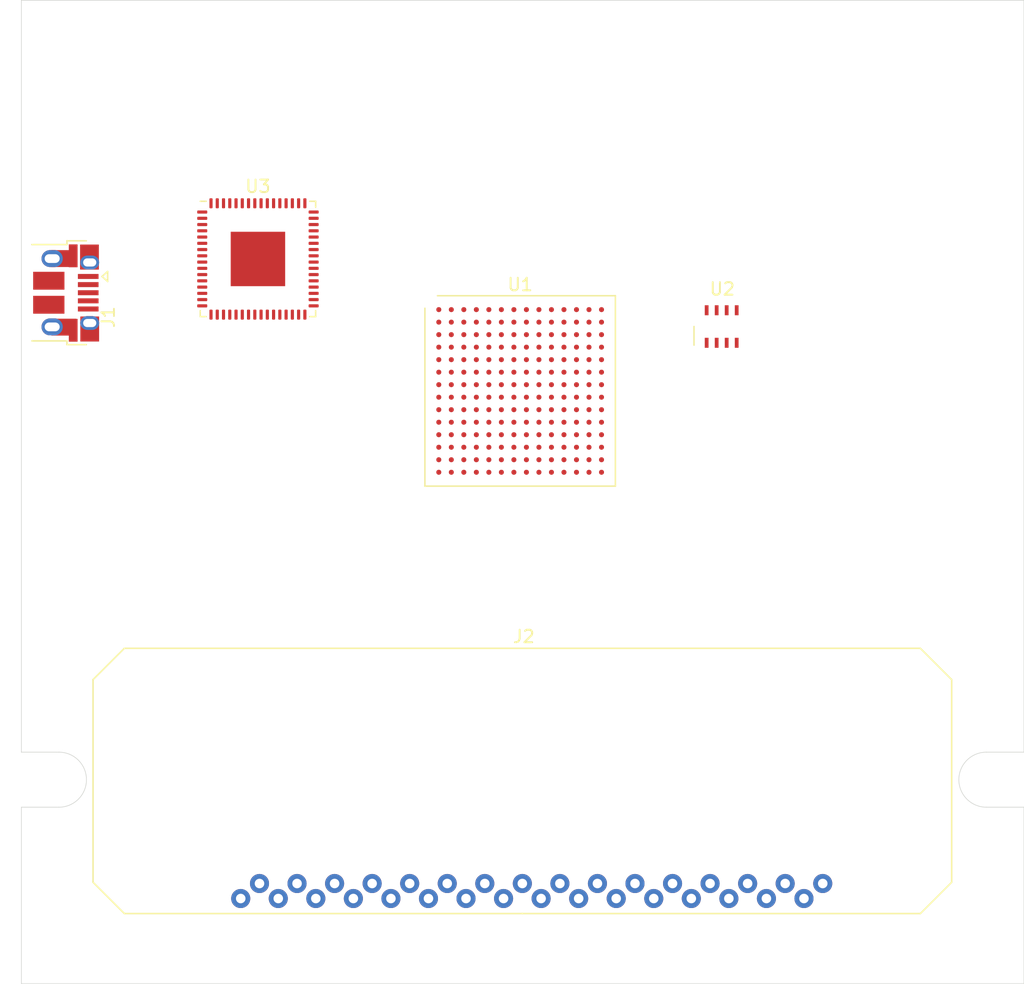
<source format=kicad_pcb>
(kicad_pcb (version 20171130) (host pcbnew "(5.1.10-1-10_14)")

  (general
    (thickness 1.6)
    (drawings 12)
    (tracks 0)
    (zones 0)
    (modules 9)
    (nets 227)
  )

  (page A4)
  (layers
    (0 F.Cu signal)
    (1 In1.Cu power)
    (2 In2.Cu power)
    (31 B.Cu signal)
    (32 B.Adhes user)
    (33 F.Adhes user)
    (34 B.Paste user)
    (35 F.Paste user)
    (36 B.SilkS user)
    (37 F.SilkS user)
    (38 B.Mask user)
    (39 F.Mask user)
    (40 Dwgs.User user)
    (41 Cmts.User user)
    (42 Eco1.User user)
    (43 Eco2.User user)
    (44 Edge.Cuts user)
    (45 Margin user)
    (46 B.CrtYd user)
    (47 F.CrtYd user)
    (48 B.Fab user)
    (49 F.Fab user)
  )

  (setup
    (last_trace_width 0.25)
    (trace_clearance 0.2)
    (zone_clearance 0.508)
    (zone_45_only no)
    (trace_min 0.15)
    (via_size 0.5)
    (via_drill 0.3)
    (via_min_size 0.35)
    (via_min_drill 0.2)
    (uvia_size 0.3)
    (uvia_drill 0.1)
    (uvias_allowed no)
    (uvia_min_size 0.2)
    (uvia_min_drill 0.1)
    (edge_width 0.05)
    (segment_width 0.2)
    (pcb_text_width 0.3)
    (pcb_text_size 1.5 1.5)
    (mod_edge_width 0.12)
    (mod_text_size 1 0.8)
    (mod_text_width 0.15)
    (pad_size 2.2 2.2)
    (pad_drill 2.2)
    (pad_to_mask_clearance 0)
    (aux_axis_origin 0 0)
    (visible_elements FEFFFF7F)
    (pcbplotparams
      (layerselection 0x010fc_ffffffff)
      (usegerberextensions false)
      (usegerberattributes true)
      (usegerberadvancedattributes true)
      (creategerberjobfile true)
      (excludeedgelayer true)
      (linewidth 0.100000)
      (plotframeref false)
      (viasonmask false)
      (mode 1)
      (useauxorigin false)
      (hpglpennumber 1)
      (hpglpenspeed 20)
      (hpglpendiameter 15.000000)
      (psnegative false)
      (psa4output false)
      (plotreference true)
      (plotvalue true)
      (plotinvisibletext false)
      (padsonsilk false)
      (subtractmaskfromsilk false)
      (outputformat 1)
      (mirror false)
      (drillshape 0)
      (scaleselection 1)
      (outputdirectory ""))
  )

  (net 0 "")
  (net 1 "Net-(U1-PadA2)")
  (net 2 "Net-(U1-PadA3)")
  (net 3 "Net-(U1-PadA4)")
  (net 4 "Net-(U1-PadA5)")
  (net 5 "Net-(U1-PadA7)")
  (net 6 "Net-(U1-PadA8)")
  (net 7 "Net-(U1-PadA10)")
  (net 8 "Net-(U1-PadA12)")
  (net 9 "Net-(U1-PadA13)")
  (net 10 "Net-(U1-PadB1)")
  (net 11 "Net-(U1-PadB2)")
  (net 12 "Net-(U1-PadB3)")
  (net 13 "Net-(U1-PadB5)")
  (net 14 "Net-(U1-PadB6)")
  (net 15 "Net-(U1-PadB8)")
  (net 16 "Net-(U1-PadB10)")
  (net 17 "Net-(U1-PadB11)")
  (net 18 "Net-(U1-PadB12)")
  (net 19 "Net-(U1-PadB13)")
  (net 20 "Net-(U1-PadB14)")
  (net 21 "Net-(U1-PadC1)")
  (net 22 "Net-(U1-PadC3)")
  (net 23 "Net-(U1-PadC4)")
  (net 24 "Net-(U1-PadC5)")
  (net 25 "Net-(U1-PadC10)")
  (net 26 "Net-(U1-PadC11)")
  (net 27 "Net-(U1-PadC12)")
  (net 28 "Net-(U1-PadC14)")
  (net 29 "Net-(U1-PadD1)")
  (net 30 "Net-(U1-PadD2)")
  (net 31 "Net-(U1-PadD3)")
  (net 32 "Net-(U1-PadD4)")
  (net 33 "Net-(U1-PadD6)")
  (net 34 "Net-(U1-PadD10)")
  (net 35 "Net-(U1-PadD12)")
  (net 36 "Net-(U1-PadD13)")
  (net 37 "Net-(U1-PadD14)")
  (net 38 "Net-(U1-PadE2)")
  (net 39 "Net-(U1-PadE4)")
  (net 40 "Net-(U1-PadE5)")
  (net 41 "Net-(U1-PadE11)")
  (net 42 "Net-(U1-PadE12)")
  (net 43 "Net-(U1-PadE13)")
  (net 44 "Net-(U1-PadF1)")
  (net 45 "Net-(U1-PadF2)")
  (net 46 "Net-(U1-PadF3)")
  (net 47 "Net-(U1-PadF4)")
  (net 48 "Net-(U1-PadF7)")
  (net 49 "Net-(U1-PadF8)")
  (net 50 "Net-(U1-PadF10)")
  (net 51 "Net-(U1-PadF11)")
  (net 52 "Net-(U1-PadF12)")
  (net 53 "Net-(U1-PadF13)")
  (net 54 "Net-(U1-PadF14)")
  (net 55 "Net-(U1-PadG1)")
  (net 56 "Net-(U1-PadG2)")
  (net 57 "Net-(U1-PadG4)")
  (net 58 "Net-(U1-PadG7)")
  (net 59 "Net-(U1-PadG8)")
  (net 60 "Net-(U1-PadG11)")
  (net 61 "Net-(U1-PadG13)")
  (net 62 "Net-(U1-PadG14)")
  (net 63 "Net-(U1-PadH1)")
  (net 64 "Net-(U1-PadH2)")
  (net 65 "Net-(U1-PadH3)")
  (net 66 "Net-(U1-PadH4)")
  (net 67 "Net-(U1-PadH7)")
  (net 68 "Net-(U1-PadH8)")
  (net 69 "Net-(U1-PadH11)")
  (net 70 "Net-(U1-PadH12)")
  (net 71 "Net-(U1-PadH13)")
  (net 72 "Net-(U1-PadH14)")
  (net 73 "Net-(U1-PadJ1)")
  (net 74 "Net-(U1-PadJ2)")
  (net 75 "Net-(U1-PadJ3)")
  (net 76 "Net-(U1-PadJ4)")
  (net 77 "Net-(U1-PadJ7)")
  (net 78 "Net-(U1-PadJ8)")
  (net 79 "Net-(U1-PadJ11)")
  (net 80 "Net-(U1-PadJ12)")
  (net 81 "Net-(U1-PadJ13)")
  (net 82 "Net-(U1-PadJ14)")
  (net 83 "Net-(U1-PadK3)")
  (net 84 "Net-(U1-PadK4)")
  (net 85 "Net-(U1-PadK11)")
  (net 86 "Net-(U1-PadK12)")
  (net 87 "Net-(U1-PadL1)")
  (net 88 "Net-(U1-PadL2)")
  (net 89 "Net-(U1-PadL3)")
  (net 90 "Net-(U1-PadL5)")
  (net 91 "Net-(U1-PadL7)")
  (net 92 "Net-(U1-PadL12)")
  (net 93 "Net-(U1-PadL13)")
  (net 94 "Net-(U1-PadL14)")
  (net 95 "Net-(U1-PadM1)")
  (net 96 "Net-(U1-PadM2)")
  (net 97 "Net-(U1-PadM3)")
  (net 98 "Net-(U1-PadM4)")
  (net 99 "Net-(U1-PadM5)")
  (net 100 "Net-(U1-PadM6)")
  (net 101 "Net-(U1-PadM7)")
  (net 102 "Net-(U1-PadM8)")
  (net 103 "Net-(U1-PadM9)")
  (net 104 "Net-(U1-PadM10)")
  (net 105 "Net-(U1-PadM11)")
  (net 106 "Net-(U1-PadM12)")
  (net 107 "Net-(U1-PadM13)")
  (net 108 "Net-(U1-PadM14)")
  (net 109 "Net-(U1-PadN1)")
  (net 110 "Net-(U1-PadN4)")
  (net 111 "Net-(U1-PadN6)")
  (net 112 "Net-(U1-PadN7)")
  (net 113 "Net-(U1-PadN10)")
  (net 114 "Net-(U1-PadN11)")
  (net 115 "Net-(U1-PadN14)")
  (net 116 "Net-(U1-PadP2)")
  (net 117 "Net-(U1-PadP3)")
  (net 118 "Net-(U1-PadP4)")
  (net 119 "Net-(U1-PadP5)")
  (net 120 "Net-(U1-PadP6)")
  (net 121 "Net-(U1-PadP7)")
  (net 122 "Net-(U1-PadP8)")
  (net 123 "Net-(U1-PadP9)")
  (net 124 "Net-(U1-PadP10)")
  (net 125 "Net-(U1-PadP11)")
  (net 126 "Net-(U1-PadP12)")
  (net 127 "Net-(U1-PadP13)")
  (net 128 GND)
  (net 129 "Net-(U2-Pad1)")
  (net 130 "Net-(U2-Pad2)")
  (net 131 "Net-(U2-Pad3)")
  (net 132 "Net-(U2-Pad5)")
  (net 133 "Net-(U2-Pad7)")
  (net 134 "Net-(U2-Pad8)")
  (net 135 "Net-(U3-Pad2)")
  (net 136 "Net-(U3-Pad3)")
  (net 137 "Net-(U3-Pad4)")
  (net 138 "Net-(U3-Pad6)")
  (net 139 "Net-(U3-Pad7)")
  (net 140 "Net-(U3-Pad8)")
  (net 141 "Net-(U3-Pad9)")
  (net 142 "Net-(U3-Pad10)")
  (net 143 "Net-(U3-Pad12)")
  (net 144 "Net-(U3-Pad13)")
  (net 145 "Net-(U3-Pad14)")
  (net 146 "Net-(U3-Pad16)")
  (net 147 "Net-(U3-Pad17)")
  (net 148 "Net-(U3-Pad18)")
  (net 149 "Net-(U3-Pad19)")
  (net 150 "Net-(U3-Pad20)")
  (net 151 "Net-(U3-Pad21)")
  (net 152 "Net-(U3-Pad22)")
  (net 153 "Net-(U3-Pad23)")
  (net 154 "Net-(U3-Pad24)")
  (net 155 "Net-(U3-Pad26)")
  (net 156 "Net-(U3-Pad27)")
  (net 157 "Net-(U3-Pad28)")
  (net 158 "Net-(U3-Pad29)")
  (net 159 "Net-(U3-Pad30)")
  (net 160 "Net-(U3-Pad31)")
  (net 161 "Net-(U3-Pad32)")
  (net 162 "Net-(U3-Pad33)")
  (net 163 "Net-(U3-Pad34)")
  (net 164 "Net-(U3-Pad36)")
  (net 165 "Net-(U3-Pad37)")
  (net 166 "Net-(U3-Pad38)")
  (net 167 "Net-(U3-Pad39)")
  (net 168 "Net-(U3-Pad40)")
  (net 169 "Net-(U3-Pad41)")
  (net 170 "Net-(U3-Pad42)")
  (net 171 "Net-(U3-Pad43)")
  (net 172 "Net-(U3-Pad44)")
  (net 173 "Net-(U3-Pad45)")
  (net 174 "Net-(U3-Pad46)")
  (net 175 "Net-(U3-Pad48)")
  (net 176 "Net-(U3-Pad49)")
  (net 177 "Net-(U3-Pad50)")
  (net 178 "Net-(U3-Pad52)")
  (net 179 "Net-(U3-Pad53)")
  (net 180 "Net-(U3-Pad54)")
  (net 181 "Net-(U3-Pad55)")
  (net 182 "Net-(U3-Pad56)")
  (net 183 "Net-(U3-Pad57)")
  (net 184 "Net-(U3-Pad58)")
  (net 185 "Net-(U3-Pad59)")
  (net 186 "Net-(U3-Pad60)")
  (net 187 "Net-(U3-Pad61)")
  (net 188 "Net-(U3-Pad62)")
  (net 189 "Net-(U3-Pad63)")
  (net 190 "Net-(U3-Pad64)")
  (net 191 "Net-(J1-Pad6)")
  (net 192 "Net-(J1-Pad1)")
  (net 193 "Net-(J1-Pad2)")
  (net 194 "Net-(J1-Pad3)")
  (net 195 "Net-(J1-Pad4)")
  (net 196 "Net-(J2-Pad1)")
  (net 197 "Net-(J2-Pad3)")
  (net 198 "Net-(J2-Pad5)")
  (net 199 "Net-(J2-Pad7)")
  (net 200 "Net-(J2-Pad9)")
  (net 201 "Net-(J2-Pad11)")
  (net 202 "Net-(J2-Pad13)")
  (net 203 "Net-(J2-Pad15)")
  (net 204 "Net-(J2-Pad17)")
  (net 205 "Net-(J2-Pad19)")
  (net 206 "Net-(J2-Pad21)")
  (net 207 "Net-(J2-Pad23)")
  (net 208 "Net-(J2-Pad25)")
  (net 209 "Net-(J2-Pad27)")
  (net 210 "Net-(J2-Pad29)")
  (net 211 "Net-(J2-Pad31)")
  (net 212 "Net-(J2-Pad2)")
  (net 213 "Net-(J2-Pad4)")
  (net 214 "Net-(J2-Pad6)")
  (net 215 "Net-(J2-Pad8)")
  (net 216 "Net-(J2-Pad10)")
  (net 217 "Net-(J2-Pad12)")
  (net 218 "Net-(J2-Pad14)")
  (net 219 "Net-(J2-Pad16)")
  (net 220 "Net-(J2-Pad18)")
  (net 221 "Net-(J2-Pad20)")
  (net 222 "Net-(J2-Pad22)")
  (net 223 "Net-(J2-Pad24)")
  (net 224 "Net-(J2-Pad26)")
  (net 225 "Net-(J2-Pad28)")
  (net 226 "Net-(J2-Pad30)")

  (net_class Default "This is the default net class."
    (clearance 0.2)
    (trace_width 0.25)
    (via_dia 0.5)
    (via_drill 0.3)
    (uvia_dia 0.3)
    (uvia_drill 0.1)
    (add_net GND)
    (add_net "Net-(J1-Pad1)")
    (add_net "Net-(J1-Pad2)")
    (add_net "Net-(J1-Pad3)")
    (add_net "Net-(J1-Pad4)")
    (add_net "Net-(J1-Pad6)")
    (add_net "Net-(J2-Pad1)")
    (add_net "Net-(J2-Pad10)")
    (add_net "Net-(J2-Pad11)")
    (add_net "Net-(J2-Pad12)")
    (add_net "Net-(J2-Pad13)")
    (add_net "Net-(J2-Pad14)")
    (add_net "Net-(J2-Pad15)")
    (add_net "Net-(J2-Pad16)")
    (add_net "Net-(J2-Pad17)")
    (add_net "Net-(J2-Pad18)")
    (add_net "Net-(J2-Pad19)")
    (add_net "Net-(J2-Pad2)")
    (add_net "Net-(J2-Pad20)")
    (add_net "Net-(J2-Pad21)")
    (add_net "Net-(J2-Pad22)")
    (add_net "Net-(J2-Pad23)")
    (add_net "Net-(J2-Pad24)")
    (add_net "Net-(J2-Pad25)")
    (add_net "Net-(J2-Pad26)")
    (add_net "Net-(J2-Pad27)")
    (add_net "Net-(J2-Pad28)")
    (add_net "Net-(J2-Pad29)")
    (add_net "Net-(J2-Pad3)")
    (add_net "Net-(J2-Pad30)")
    (add_net "Net-(J2-Pad31)")
    (add_net "Net-(J2-Pad4)")
    (add_net "Net-(J2-Pad5)")
    (add_net "Net-(J2-Pad6)")
    (add_net "Net-(J2-Pad7)")
    (add_net "Net-(J2-Pad8)")
    (add_net "Net-(J2-Pad9)")
    (add_net "Net-(U1-PadA10)")
    (add_net "Net-(U1-PadA12)")
    (add_net "Net-(U1-PadA13)")
    (add_net "Net-(U1-PadA2)")
    (add_net "Net-(U1-PadA3)")
    (add_net "Net-(U1-PadA4)")
    (add_net "Net-(U1-PadA5)")
    (add_net "Net-(U1-PadA7)")
    (add_net "Net-(U1-PadA8)")
    (add_net "Net-(U1-PadB1)")
    (add_net "Net-(U1-PadB10)")
    (add_net "Net-(U1-PadB11)")
    (add_net "Net-(U1-PadB12)")
    (add_net "Net-(U1-PadB13)")
    (add_net "Net-(U1-PadB14)")
    (add_net "Net-(U1-PadB2)")
    (add_net "Net-(U1-PadB3)")
    (add_net "Net-(U1-PadB5)")
    (add_net "Net-(U1-PadB6)")
    (add_net "Net-(U1-PadB8)")
    (add_net "Net-(U1-PadC1)")
    (add_net "Net-(U1-PadC10)")
    (add_net "Net-(U1-PadC11)")
    (add_net "Net-(U1-PadC12)")
    (add_net "Net-(U1-PadC14)")
    (add_net "Net-(U1-PadC3)")
    (add_net "Net-(U1-PadC4)")
    (add_net "Net-(U1-PadC5)")
    (add_net "Net-(U1-PadD1)")
    (add_net "Net-(U1-PadD10)")
    (add_net "Net-(U1-PadD12)")
    (add_net "Net-(U1-PadD13)")
    (add_net "Net-(U1-PadD14)")
    (add_net "Net-(U1-PadD2)")
    (add_net "Net-(U1-PadD3)")
    (add_net "Net-(U1-PadD4)")
    (add_net "Net-(U1-PadD6)")
    (add_net "Net-(U1-PadE11)")
    (add_net "Net-(U1-PadE12)")
    (add_net "Net-(U1-PadE13)")
    (add_net "Net-(U1-PadE2)")
    (add_net "Net-(U1-PadE4)")
    (add_net "Net-(U1-PadE5)")
    (add_net "Net-(U1-PadF1)")
    (add_net "Net-(U1-PadF10)")
    (add_net "Net-(U1-PadF11)")
    (add_net "Net-(U1-PadF12)")
    (add_net "Net-(U1-PadF13)")
    (add_net "Net-(U1-PadF14)")
    (add_net "Net-(U1-PadF2)")
    (add_net "Net-(U1-PadF3)")
    (add_net "Net-(U1-PadF4)")
    (add_net "Net-(U1-PadF7)")
    (add_net "Net-(U1-PadF8)")
    (add_net "Net-(U1-PadG1)")
    (add_net "Net-(U1-PadG11)")
    (add_net "Net-(U1-PadG13)")
    (add_net "Net-(U1-PadG14)")
    (add_net "Net-(U1-PadG2)")
    (add_net "Net-(U1-PadG4)")
    (add_net "Net-(U1-PadG7)")
    (add_net "Net-(U1-PadG8)")
    (add_net "Net-(U1-PadH1)")
    (add_net "Net-(U1-PadH11)")
    (add_net "Net-(U1-PadH12)")
    (add_net "Net-(U1-PadH13)")
    (add_net "Net-(U1-PadH14)")
    (add_net "Net-(U1-PadH2)")
    (add_net "Net-(U1-PadH3)")
    (add_net "Net-(U1-PadH4)")
    (add_net "Net-(U1-PadH7)")
    (add_net "Net-(U1-PadH8)")
    (add_net "Net-(U1-PadJ1)")
    (add_net "Net-(U1-PadJ11)")
    (add_net "Net-(U1-PadJ12)")
    (add_net "Net-(U1-PadJ13)")
    (add_net "Net-(U1-PadJ14)")
    (add_net "Net-(U1-PadJ2)")
    (add_net "Net-(U1-PadJ3)")
    (add_net "Net-(U1-PadJ4)")
    (add_net "Net-(U1-PadJ7)")
    (add_net "Net-(U1-PadJ8)")
    (add_net "Net-(U1-PadK11)")
    (add_net "Net-(U1-PadK12)")
    (add_net "Net-(U1-PadK3)")
    (add_net "Net-(U1-PadK4)")
    (add_net "Net-(U1-PadL1)")
    (add_net "Net-(U1-PadL12)")
    (add_net "Net-(U1-PadL13)")
    (add_net "Net-(U1-PadL14)")
    (add_net "Net-(U1-PadL2)")
    (add_net "Net-(U1-PadL3)")
    (add_net "Net-(U1-PadL5)")
    (add_net "Net-(U1-PadL7)")
    (add_net "Net-(U1-PadM1)")
    (add_net "Net-(U1-PadM10)")
    (add_net "Net-(U1-PadM11)")
    (add_net "Net-(U1-PadM12)")
    (add_net "Net-(U1-PadM13)")
    (add_net "Net-(U1-PadM14)")
    (add_net "Net-(U1-PadM2)")
    (add_net "Net-(U1-PadM3)")
    (add_net "Net-(U1-PadM4)")
    (add_net "Net-(U1-PadM5)")
    (add_net "Net-(U1-PadM6)")
    (add_net "Net-(U1-PadM7)")
    (add_net "Net-(U1-PadM8)")
    (add_net "Net-(U1-PadM9)")
    (add_net "Net-(U1-PadN1)")
    (add_net "Net-(U1-PadN10)")
    (add_net "Net-(U1-PadN11)")
    (add_net "Net-(U1-PadN14)")
    (add_net "Net-(U1-PadN4)")
    (add_net "Net-(U1-PadN6)")
    (add_net "Net-(U1-PadN7)")
    (add_net "Net-(U1-PadP10)")
    (add_net "Net-(U1-PadP11)")
    (add_net "Net-(U1-PadP12)")
    (add_net "Net-(U1-PadP13)")
    (add_net "Net-(U1-PadP2)")
    (add_net "Net-(U1-PadP3)")
    (add_net "Net-(U1-PadP4)")
    (add_net "Net-(U1-PadP5)")
    (add_net "Net-(U1-PadP6)")
    (add_net "Net-(U1-PadP7)")
    (add_net "Net-(U1-PadP8)")
    (add_net "Net-(U1-PadP9)")
    (add_net "Net-(U2-Pad1)")
    (add_net "Net-(U2-Pad2)")
    (add_net "Net-(U2-Pad3)")
    (add_net "Net-(U2-Pad5)")
    (add_net "Net-(U2-Pad7)")
    (add_net "Net-(U2-Pad8)")
    (add_net "Net-(U3-Pad10)")
    (add_net "Net-(U3-Pad12)")
    (add_net "Net-(U3-Pad13)")
    (add_net "Net-(U3-Pad14)")
    (add_net "Net-(U3-Pad16)")
    (add_net "Net-(U3-Pad17)")
    (add_net "Net-(U3-Pad18)")
    (add_net "Net-(U3-Pad19)")
    (add_net "Net-(U3-Pad2)")
    (add_net "Net-(U3-Pad20)")
    (add_net "Net-(U3-Pad21)")
    (add_net "Net-(U3-Pad22)")
    (add_net "Net-(U3-Pad23)")
    (add_net "Net-(U3-Pad24)")
    (add_net "Net-(U3-Pad26)")
    (add_net "Net-(U3-Pad27)")
    (add_net "Net-(U3-Pad28)")
    (add_net "Net-(U3-Pad29)")
    (add_net "Net-(U3-Pad3)")
    (add_net "Net-(U3-Pad30)")
    (add_net "Net-(U3-Pad31)")
    (add_net "Net-(U3-Pad32)")
    (add_net "Net-(U3-Pad33)")
    (add_net "Net-(U3-Pad34)")
    (add_net "Net-(U3-Pad36)")
    (add_net "Net-(U3-Pad37)")
    (add_net "Net-(U3-Pad38)")
    (add_net "Net-(U3-Pad39)")
    (add_net "Net-(U3-Pad4)")
    (add_net "Net-(U3-Pad40)")
    (add_net "Net-(U3-Pad41)")
    (add_net "Net-(U3-Pad42)")
    (add_net "Net-(U3-Pad43)")
    (add_net "Net-(U3-Pad44)")
    (add_net "Net-(U3-Pad45)")
    (add_net "Net-(U3-Pad46)")
    (add_net "Net-(U3-Pad48)")
    (add_net "Net-(U3-Pad49)")
    (add_net "Net-(U3-Pad50)")
    (add_net "Net-(U3-Pad52)")
    (add_net "Net-(U3-Pad53)")
    (add_net "Net-(U3-Pad54)")
    (add_net "Net-(U3-Pad55)")
    (add_net "Net-(U3-Pad56)")
    (add_net "Net-(U3-Pad57)")
    (add_net "Net-(U3-Pad58)")
    (add_net "Net-(U3-Pad59)")
    (add_net "Net-(U3-Pad6)")
    (add_net "Net-(U3-Pad60)")
    (add_net "Net-(U3-Pad61)")
    (add_net "Net-(U3-Pad62)")
    (add_net "Net-(U3-Pad63)")
    (add_net "Net-(U3-Pad64)")
    (add_net "Net-(U3-Pad7)")
    (add_net "Net-(U3-Pad8)")
    (add_net "Net-(U3-Pad9)")
  )

  (module gb-fpga:Cartridge-DMG locked (layer F.Cu) (tedit 60D42225) (tstamp 60D3F1DB)
    (at 40.025 -6.8)
    (path /60D49E96/60D43C17)
    (fp_text reference J2 (at 0.12 -20.94) (layer F.SilkS)
      (effects (font (size 1 1) (thickness 0.15)))
    )
    (fp_text value Cartridge-32pin (at 0.04 1.97) (layer F.Fab)
      (effects (font (size 1 1) (thickness 0.15)))
    )
    (fp_line (start 0 1.2) (end 31.8 1.2) (layer F.SilkS) (width 0.12))
    (fp_line (start 0 1.2) (end -31.8 1.2) (layer F.SilkS) (width 0.12))
    (fp_line (start -34.3 -1.3) (end -34.3 -17.5) (layer F.SilkS) (width 0.12))
    (fp_line (start 34.3 -1.3) (end 34.3 -17.5) (layer F.SilkS) (width 0.12))
    (fp_line (start 31.8 -20) (end -31.8 -20) (layer F.SilkS) (width 0.12))
    (fp_line (start -34.3 -17.5) (end -31.8 -20) (layer F.SilkS) (width 0.12))
    (fp_line (start 31.8 -20) (end 34.3 -17.5) (layer F.SilkS) (width 0.12))
    (fp_line (start 34.3 -1.3) (end 31.8 1.2) (layer F.SilkS) (width 0.12))
    (fp_line (start -31.8 1.2) (end -34.3 -1.3) (layer F.SilkS) (width 0.12))
    (pad "" np_thru_hole circle (at 31 -2.9) (size 4.3 4.3) (drill 4.3) (layers *.Cu *.Mask))
    (pad "" np_thru_hole circle (at -31 -2.9) (size 4.3 4.3) (drill 4.3) (layers *.Cu *.Mask))
    (pad "" np_thru_hole circle (at 28 -9.4) (size 3 3) (drill 3) (layers *.Cu *.Mask))
    (pad "" np_thru_hole circle (at -28 -9.4) (size 3 3) (drill 3) (layers *.Cu *.Mask))
    (pad 32 thru_hole circle (at 24 -1.2) (size 1.524 1.524) (drill 0.762) (layers *.Cu *.Mask)
      (net 128 GND))
    (pad 30 thru_hole circle (at 21 -1.2) (size 1.524 1.524) (drill 0.762) (layers *.Cu *.Mask)
      (net 226 "Net-(J2-Pad30)"))
    (pad 28 thru_hole circle (at 18 -1.2) (size 1.524 1.524) (drill 0.762) (layers *.Cu *.Mask)
      (net 225 "Net-(J2-Pad28)"))
    (pad 26 thru_hole circle (at 15 -1.2) (size 1.524 1.524) (drill 0.762) (layers *.Cu *.Mask)
      (net 224 "Net-(J2-Pad26)"))
    (pad 24 thru_hole circle (at 12 -1.2) (size 1.524 1.524) (drill 0.762) (layers *.Cu *.Mask)
      (net 223 "Net-(J2-Pad24)"))
    (pad 22 thru_hole circle (at 9 -1.2) (size 1.524 1.524) (drill 0.762) (layers *.Cu *.Mask)
      (net 222 "Net-(J2-Pad22)"))
    (pad 20 thru_hole circle (at 6 -1.2) (size 1.524 1.524) (drill 0.762) (layers *.Cu *.Mask)
      (net 221 "Net-(J2-Pad20)"))
    (pad 18 thru_hole circle (at 3 -1.2) (size 1.524 1.524) (drill 0.762) (layers *.Cu *.Mask)
      (net 220 "Net-(J2-Pad18)"))
    (pad 16 thru_hole circle (at 0 -1.2) (size 1.524 1.524) (drill 0.762) (layers *.Cu *.Mask)
      (net 219 "Net-(J2-Pad16)"))
    (pad 14 thru_hole circle (at -3 -1.2) (size 1.524 1.524) (drill 0.762) (layers *.Cu *.Mask)
      (net 218 "Net-(J2-Pad14)"))
    (pad 12 thru_hole circle (at -6 -1.2) (size 1.524 1.524) (drill 0.762) (layers *.Cu *.Mask)
      (net 217 "Net-(J2-Pad12)"))
    (pad 10 thru_hole circle (at -9 -1.2) (size 1.524 1.524) (drill 0.762) (layers *.Cu *.Mask)
      (net 216 "Net-(J2-Pad10)"))
    (pad 8 thru_hole circle (at -12 -1.2) (size 1.524 1.524) (drill 0.762) (layers *.Cu *.Mask)
      (net 215 "Net-(J2-Pad8)"))
    (pad 6 thru_hole circle (at -15 -1.2) (size 1.524 1.524) (drill 0.762) (layers *.Cu *.Mask)
      (net 214 "Net-(J2-Pad6)"))
    (pad 4 thru_hole circle (at -18 -1.2) (size 1.524 1.524) (drill 0.762) (layers *.Cu *.Mask)
      (net 213 "Net-(J2-Pad4)"))
    (pad 2 thru_hole circle (at -21 -1.2) (size 1.524 1.524) (drill 0.762) (layers *.Cu *.Mask)
      (net 212 "Net-(J2-Pad2)"))
    (pad 31 thru_hole circle (at 22.5 0) (size 1.524 1.524) (drill 0.762) (layers *.Cu *.Mask)
      (net 211 "Net-(J2-Pad31)"))
    (pad 29 thru_hole circle (at 19.5 0) (size 1.524 1.524) (drill 0.762) (layers *.Cu *.Mask)
      (net 210 "Net-(J2-Pad29)"))
    (pad 27 thru_hole circle (at 16.5 0) (size 1.524 1.524) (drill 0.762) (layers *.Cu *.Mask)
      (net 209 "Net-(J2-Pad27)"))
    (pad 25 thru_hole circle (at 13.5 0) (size 1.524 1.524) (drill 0.762) (layers *.Cu *.Mask)
      (net 208 "Net-(J2-Pad25)"))
    (pad 23 thru_hole circle (at 10.5 0) (size 1.524 1.524) (drill 0.762) (layers *.Cu *.Mask)
      (net 207 "Net-(J2-Pad23)"))
    (pad 21 thru_hole circle (at 7.5 0) (size 1.524 1.524) (drill 0.762) (layers *.Cu *.Mask)
      (net 206 "Net-(J2-Pad21)"))
    (pad 19 thru_hole circle (at 4.5 0) (size 1.524 1.524) (drill 0.762) (layers *.Cu *.Mask)
      (net 205 "Net-(J2-Pad19)"))
    (pad 17 thru_hole circle (at 1.5 0) (size 1.524 1.524) (drill 0.762) (layers *.Cu *.Mask)
      (net 204 "Net-(J2-Pad17)"))
    (pad 15 thru_hole circle (at -1.5 0) (size 1.524 1.524) (drill 0.762) (layers *.Cu *.Mask)
      (net 203 "Net-(J2-Pad15)"))
    (pad 13 thru_hole circle (at -4.5 0) (size 1.524 1.524) (drill 0.762) (layers *.Cu *.Mask)
      (net 202 "Net-(J2-Pad13)"))
    (pad 11 thru_hole circle (at -7.5 0) (size 1.524 1.524) (drill 0.762) (layers *.Cu *.Mask)
      (net 201 "Net-(J2-Pad11)"))
    (pad 9 thru_hole circle (at -10.5 0) (size 1.524 1.524) (drill 0.762) (layers *.Cu *.Mask)
      (net 200 "Net-(J2-Pad9)"))
    (pad 7 thru_hole circle (at -13.5 0) (size 1.524 1.524) (drill 0.762) (layers *.Cu *.Mask)
      (net 199 "Net-(J2-Pad7)"))
    (pad 5 thru_hole circle (at -16.5 0) (size 1.524 1.524) (drill 0.762) (layers *.Cu *.Mask)
      (net 198 "Net-(J2-Pad5)"))
    (pad 3 thru_hole circle (at -19.5 0) (size 1.524 1.524) (drill 0.762) (layers *.Cu *.Mask)
      (net 197 "Net-(J2-Pad3)"))
    (pad 1 thru_hole circle (at -22.5 0) (size 1.524 1.524) (drill 0.762) (layers *.Cu *.Mask)
      (net 196 "Net-(J2-Pad1)"))
  )

  (module MountingHole:MountingHole_4.3mm_M4_DIN965 locked (layer F.Cu) (tedit 60D2E3BD) (tstamp 60D2E3F8)
    (at 5 -5)
    (descr "Mounting Hole 4.3mm, no annular, M4, DIN965")
    (tags "mounting hole 4.3mm no annular m4 din965")
    (attr virtual)
    (fp_text reference REF** (at 0 -4.75) (layer F.SilkS) hide
      (effects (font (size 1 1) (thickness 0.15)))
    )
    (fp_text value MountingHole_4.3mm_M4_DIN965 (at 0 4.75) (layer F.Fab) hide
      (effects (font (size 1 1) (thickness 0.15)))
    )
    (fp_circle (center 0 0) (end 4 0) (layer F.CrtYd) (width 0.05))
    (fp_circle (center 0 0) (end 3.75 0) (layer Cmts.User) (width 0.15))
    (fp_text user %R (at 0.3 0) (layer F.Fab) hide
      (effects (font (size 1 1) (thickness 0.15)))
    )
    (pad "" np_thru_hole circle (at 0 0) (size 4.3 4.3) (drill 4.3) (layers *.Cu *.Mask))
  )

  (module MountingHole:MountingHole_4.3mm_M4_DIN965 locked (layer F.Cu) (tedit 60D2E8FE) (tstamp 60D2EB7B)
    (at 75.1 -5)
    (descr "Mounting Hole 4.3mm, no annular, M4, DIN965")
    (tags "mounting hole 4.3mm no annular m4 din965")
    (attr virtual)
    (fp_text reference REF** (at 0 -4.75) (layer F.SilkS) hide
      (effects (font (size 1 1) (thickness 0.15)))
    )
    (fp_text value MountingHole_4.3mm_M4_DIN965 (at 0 4.75) (layer F.Fab) hide
      (effects (font (size 1 1) (thickness 0.15)))
    )
    (fp_circle (center 0 0) (end 4 0) (layer F.CrtYd) (width 0.05))
    (fp_circle (center 0 0) (end 3.75 0) (layer Cmts.User) (width 0.15))
    (fp_text user %R (at 0.3 0) (layer F.Fab) hide
      (effects (font (size 1 1) (thickness 0.15)))
    )
    (pad "" np_thru_hole oval (at 0 0) (size 5.3 4.3) (drill oval 5.3 4.3) (layers *.Cu *.Mask))
  )

  (module MountingHole:MountingHole_2.2mm_M2_DIN965 locked (layer F.Cu) (tedit 60D35281) (tstamp 60D35299)
    (at 77.6 -66.1)
    (descr "Mounting Hole 2.2mm, no annular, M2, DIN965")
    (tags "mounting hole 2.2mm no annular m2 din965")
    (attr virtual)
    (fp_text reference REF** (at 0 -2.9) (layer F.SilkS) hide
      (effects (font (size 1 1) (thickness 0.15)))
    )
    (fp_text value MountingHole_2.2mm_M2_DIN965 (at 0 2.9) (layer F.Fab) hide
      (effects (font (size 1 1) (thickness 0.15)))
    )
    (fp_circle (center 0 0) (end 2.15 0) (layer F.CrtYd) (width 0.05))
    (fp_circle (center 0 0) (end 1.9 0) (layer Cmts.User) (width 0.15))
    (fp_text user %R (at 0.3 0) (layer F.Fab) hide
      (effects (font (size 1 1) (thickness 0.15)))
    )
    (pad "" np_thru_hole circle (at 0 0) (size 2.2 2.2) (drill 2.2) (layers *.Cu *.Mask))
  )

  (module MountingHole:MountingHole_2.2mm_M2_DIN965 locked (layer F.Cu) (tedit 56D1B4CB) (tstamp 60D35260)
    (at 3.5 -66.1)
    (descr "Mounting Hole 2.2mm, no annular, M2, DIN965")
    (tags "mounting hole 2.2mm no annular m2 din965")
    (attr virtual)
    (fp_text reference REF** (at 0 -2.9) (layer F.SilkS) hide
      (effects (font (size 1 1) (thickness 0.15)))
    )
    (fp_text value MountingHole_2.2mm_M2_DIN965 (at 0 2.9) (layer F.Fab) hide
      (effects (font (size 1 1) (thickness 0.15)))
    )
    (fp_circle (center 0 0) (end 2.15 0) (layer F.CrtYd) (width 0.05))
    (fp_circle (center 0 0) (end 1.9 0) (layer Cmts.User) (width 0.15))
    (fp_text user %R (at 0.3 0) (layer F.Fab) hide
      (effects (font (size 1 1) (thickness 0.15)))
    )
    (pad 1 np_thru_hole circle (at 0 0) (size 2.2 2.2) (drill 2.2) (layers *.Cu *.Mask))
  )

  (module Package_BGA:Xilinx_FTGB196 (layer F.Cu) (tedit 5CC89573) (tstamp 60D2E247)
    (at 39.85 -47.375)
    (descr "Spartan-7 BGA, 14x14 grid, 15x15mm package, 1mm pitch; https://www.xilinx.com/support/documentation/user_guides/ug475_7Series_Pkg_Pinout.pdf#page=261, NSMD pad definition Appendix A")
    (tags "BGA 196 1 FTGB196")
    (path /60D2592A/60CEDD39)
    (solder_mask_margin 0.05)
    (attr smd)
    (fp_text reference U1 (at 0 -8.5) (layer F.SilkS)
      (effects (font (size 1 1) (thickness 0.15)))
    )
    (fp_text value xc7s25ftgb196 (at 0 8.5) (layer F.Fab)
      (effects (font (size 1 1) (thickness 0.15)))
    )
    (fp_line (start -7.61 7.61) (end -7.61 -6.61) (layer F.SilkS) (width 0.12))
    (fp_line (start 7.61 7.61) (end -7.61 7.61) (layer F.SilkS) (width 0.12))
    (fp_line (start 7.61 -7.61) (end 7.61 7.61) (layer F.SilkS) (width 0.12))
    (fp_line (start -6.61 -7.61) (end 7.61 -7.61) (layer F.SilkS) (width 0.12))
    (fp_line (start 8.5 -8.5) (end -8.5 -8.5) (layer F.CrtYd) (width 0.05))
    (fp_line (start 8.5 8.5) (end 8.5 -8.5) (layer F.CrtYd) (width 0.05))
    (fp_line (start -8.5 8.5) (end 8.5 8.5) (layer F.CrtYd) (width 0.05))
    (fp_line (start -8.5 -8.5) (end -8.5 8.5) (layer F.CrtYd) (width 0.05))
    (fp_line (start 7.5 -7.5) (end 7.5 7.5) (layer F.Fab) (width 0.1))
    (fp_line (start -6.5 -7.5) (end 7.5 -7.5) (layer F.Fab) (width 0.1))
    (fp_line (start -7.5 -6.5) (end -6.5 -7.5) (layer F.Fab) (width 0.1))
    (fp_line (start -7.5 7.5) (end -7.5 -6.5) (layer F.Fab) (width 0.1))
    (fp_line (start 7.5 7.5) (end -7.5 7.5) (layer F.Fab) (width 0.1))
    (fp_text user %R (at 0 0) (layer F.Fab)
      (effects (font (size 1 1) (thickness 0.15)))
    )
    (pad A1 smd circle (at -6.5 -6.5) (size 0.4 0.4) (layers F.Cu F.Paste F.Mask)
      (net 128 GND))
    (pad A2 smd circle (at -5.5 -6.5) (size 0.4 0.4) (layers F.Cu F.Paste F.Mask)
      (net 1 "Net-(U1-PadA2)"))
    (pad A3 smd circle (at -4.5 -6.5) (size 0.4 0.4) (layers F.Cu F.Paste F.Mask)
      (net 2 "Net-(U1-PadA3)"))
    (pad A4 smd circle (at -3.5 -6.5) (size 0.4 0.4) (layers F.Cu F.Paste F.Mask)
      (net 3 "Net-(U1-PadA4)"))
    (pad A5 smd circle (at -2.5 -6.5) (size 0.4 0.4) (layers F.Cu F.Paste F.Mask)
      (net 4 "Net-(U1-PadA5)"))
    (pad A6 smd circle (at -1.5 -6.5) (size 0.4 0.4) (layers F.Cu F.Paste F.Mask)
      (net 128 GND))
    (pad A7 smd circle (at -0.5 -6.5) (size 0.4 0.4) (layers F.Cu F.Paste F.Mask)
      (net 5 "Net-(U1-PadA7)"))
    (pad A8 smd circle (at 0.5 -6.5) (size 0.4 0.4) (layers F.Cu F.Paste F.Mask)
      (net 6 "Net-(U1-PadA8)"))
    (pad A9 smd circle (at 1.5 -6.5) (size 0.4 0.4) (layers F.Cu F.Paste F.Mask)
      (net 128 GND))
    (pad A10 smd circle (at 2.5 -6.5) (size 0.4 0.4) (layers F.Cu F.Paste F.Mask)
      (net 7 "Net-(U1-PadA10)"))
    (pad A11 smd circle (at 3.5 -6.5) (size 0.4 0.4) (layers F.Cu F.Paste F.Mask)
      (net 128 GND))
    (pad A12 smd circle (at 4.5 -6.5) (size 0.4 0.4) (layers F.Cu F.Paste F.Mask)
      (net 8 "Net-(U1-PadA12)"))
    (pad A13 smd circle (at 5.5 -6.5) (size 0.4 0.4) (layers F.Cu F.Paste F.Mask)
      (net 9 "Net-(U1-PadA13)"))
    (pad A14 smd circle (at 6.5 -6.5) (size 0.4 0.4) (layers F.Cu F.Paste F.Mask)
      (net 128 GND))
    (pad B1 smd circle (at -6.5 -5.5) (size 0.4 0.4) (layers F.Cu F.Paste F.Mask)
      (net 10 "Net-(U1-PadB1)"))
    (pad B2 smd circle (at -5.5 -5.5) (size 0.4 0.4) (layers F.Cu F.Paste F.Mask)
      (net 11 "Net-(U1-PadB2)"))
    (pad B3 smd circle (at -4.5 -5.5) (size 0.4 0.4) (layers F.Cu F.Paste F.Mask)
      (net 12 "Net-(U1-PadB3)"))
    (pad B4 smd circle (at -3.5 -5.5) (size 0.4 0.4) (layers F.Cu F.Paste F.Mask)
      (net 128 GND))
    (pad B5 smd circle (at -2.5 -5.5) (size 0.4 0.4) (layers F.Cu F.Paste F.Mask)
      (net 13 "Net-(U1-PadB5)"))
    (pad B6 smd circle (at -1.5 -5.5) (size 0.4 0.4) (layers F.Cu F.Paste F.Mask)
      (net 14 "Net-(U1-PadB6)"))
    (pad B7 smd circle (at -0.5 -5.5) (size 0.4 0.4) (layers F.Cu F.Paste F.Mask)
      (net 128 GND))
    (pad B8 smd circle (at 0.5 -5.5) (size 0.4 0.4) (layers F.Cu F.Paste F.Mask)
      (net 15 "Net-(U1-PadB8)"))
    (pad B9 smd circle (at 1.5 -5.5) (size 0.4 0.4) (layers F.Cu F.Paste F.Mask)
      (net 128 GND))
    (pad B10 smd circle (at 2.5 -5.5) (size 0.4 0.4) (layers F.Cu F.Paste F.Mask)
      (net 16 "Net-(U1-PadB10)"))
    (pad B11 smd circle (at 3.5 -5.5) (size 0.4 0.4) (layers F.Cu F.Paste F.Mask)
      (net 17 "Net-(U1-PadB11)"))
    (pad B12 smd circle (at 4.5 -5.5) (size 0.4 0.4) (layers F.Cu F.Paste F.Mask)
      (net 18 "Net-(U1-PadB12)"))
    (pad B13 smd circle (at 5.5 -5.5) (size 0.4 0.4) (layers F.Cu F.Paste F.Mask)
      (net 19 "Net-(U1-PadB13)"))
    (pad B14 smd circle (at 6.5 -5.5) (size 0.4 0.4) (layers F.Cu F.Paste F.Mask)
      (net 20 "Net-(U1-PadB14)"))
    (pad C1 smd circle (at -6.5 -4.5) (size 0.4 0.4) (layers F.Cu F.Paste F.Mask)
      (net 21 "Net-(U1-PadC1)"))
    (pad C2 smd circle (at -5.5 -4.5) (size 0.4 0.4) (layers F.Cu F.Paste F.Mask)
      (net 128 GND))
    (pad C3 smd circle (at -4.5 -4.5) (size 0.4 0.4) (layers F.Cu F.Paste F.Mask)
      (net 22 "Net-(U1-PadC3)"))
    (pad C4 smd circle (at -3.5 -4.5) (size 0.4 0.4) (layers F.Cu F.Paste F.Mask)
      (net 23 "Net-(U1-PadC4)"))
    (pad C5 smd circle (at -2.5 -4.5) (size 0.4 0.4) (layers F.Cu F.Paste F.Mask)
      (net 24 "Net-(U1-PadC5)"))
    (pad C6 smd circle (at -1.5 -4.5) (size 0.4 0.4) (layers F.Cu F.Paste F.Mask)
      (net 128 GND))
    (pad C7 smd circle (at -0.5 -4.5) (size 0.4 0.4) (layers F.Cu F.Paste F.Mask)
      (net 128 GND))
    (pad C8 smd circle (at 0.5 -4.5) (size 0.4 0.4) (layers F.Cu F.Paste F.Mask)
      (net 128 GND))
    (pad C9 smd circle (at 1.5 -4.5) (size 0.4 0.4) (layers F.Cu F.Paste F.Mask)
      (net 128 GND))
    (pad C10 smd circle (at 2.5 -4.5) (size 0.4 0.4) (layers F.Cu F.Paste F.Mask)
      (net 25 "Net-(U1-PadC10)"))
    (pad C11 smd circle (at 3.5 -4.5) (size 0.4 0.4) (layers F.Cu F.Paste F.Mask)
      (net 26 "Net-(U1-PadC11)"))
    (pad C12 smd circle (at 4.5 -4.5) (size 0.4 0.4) (layers F.Cu F.Paste F.Mask)
      (net 27 "Net-(U1-PadC12)"))
    (pad C13 smd circle (at 5.5 -4.5) (size 0.4 0.4) (layers F.Cu F.Paste F.Mask)
      (net 128 GND))
    (pad C14 smd circle (at 6.5 -4.5) (size 0.4 0.4) (layers F.Cu F.Paste F.Mask)
      (net 28 "Net-(U1-PadC14)"))
    (pad D1 smd circle (at -6.5 -3.5) (size 0.4 0.4) (layers F.Cu F.Paste F.Mask)
      (net 29 "Net-(U1-PadD1)"))
    (pad D2 smd circle (at -5.5 -3.5) (size 0.4 0.4) (layers F.Cu F.Paste F.Mask)
      (net 30 "Net-(U1-PadD2)"))
    (pad D3 smd circle (at -4.5 -3.5) (size 0.4 0.4) (layers F.Cu F.Paste F.Mask)
      (net 31 "Net-(U1-PadD3)"))
    (pad D4 smd circle (at -3.5 -3.5) (size 0.4 0.4) (layers F.Cu F.Paste F.Mask)
      (net 32 "Net-(U1-PadD4)"))
    (pad D5 smd circle (at -2.5 -3.5) (size 0.4 0.4) (layers F.Cu F.Paste F.Mask)
      (net 128 GND))
    (pad D6 smd circle (at -1.5 -3.5) (size 0.4 0.4) (layers F.Cu F.Paste F.Mask)
      (net 33 "Net-(U1-PadD6)"))
    (pad D7 smd circle (at -0.5 -3.5) (size 0.4 0.4) (layers F.Cu F.Paste F.Mask)
      (net 128 GND))
    (pad D8 smd circle (at 0.5 -3.5) (size 0.4 0.4) (layers F.Cu F.Paste F.Mask)
      (net 33 "Net-(U1-PadD6)"))
    (pad D9 smd circle (at 1.5 -3.5) (size 0.4 0.4) (layers F.Cu F.Paste F.Mask)
      (net 128 GND))
    (pad D10 smd circle (at 2.5 -3.5) (size 0.4 0.4) (layers F.Cu F.Paste F.Mask)
      (net 34 "Net-(U1-PadD10)"))
    (pad D11 smd circle (at 3.5 -3.5) (size 0.4 0.4) (layers F.Cu F.Paste F.Mask)
      (net 128 GND))
    (pad D12 smd circle (at 4.5 -3.5) (size 0.4 0.4) (layers F.Cu F.Paste F.Mask)
      (net 35 "Net-(U1-PadD12)"))
    (pad D13 smd circle (at 5.5 -3.5) (size 0.4 0.4) (layers F.Cu F.Paste F.Mask)
      (net 36 "Net-(U1-PadD13)"))
    (pad D14 smd circle (at 6.5 -3.5) (size 0.4 0.4) (layers F.Cu F.Paste F.Mask)
      (net 37 "Net-(U1-PadD14)"))
    (pad E1 smd circle (at -6.5 -2.5) (size 0.4 0.4) (layers F.Cu F.Paste F.Mask)
      (net 128 GND))
    (pad E2 smd circle (at -5.5 -2.5) (size 0.4 0.4) (layers F.Cu F.Paste F.Mask)
      (net 38 "Net-(U1-PadE2)"))
    (pad E3 smd circle (at -4.5 -2.5) (size 0.4 0.4) (layers F.Cu F.Paste F.Mask)
      (net 128 GND))
    (pad E4 smd circle (at -3.5 -2.5) (size 0.4 0.4) (layers F.Cu F.Paste F.Mask)
      (net 39 "Net-(U1-PadE4)"))
    (pad E5 smd circle (at -2.5 -2.5) (size 0.4 0.4) (layers F.Cu F.Paste F.Mask)
      (net 40 "Net-(U1-PadE5)"))
    (pad E6 smd circle (at -1.5 -2.5) (size 0.4 0.4) (layers F.Cu F.Paste F.Mask)
      (net 128 GND))
    (pad E7 smd circle (at -0.5 -2.5) (size 0.4 0.4) (layers F.Cu F.Paste F.Mask)
      (net 33 "Net-(U1-PadD6)"))
    (pad E8 smd circle (at 0.5 -2.5) (size 0.4 0.4) (layers F.Cu F.Paste F.Mask)
      (net 128 GND))
    (pad E9 smd circle (at 1.5 -2.5) (size 0.4 0.4) (layers F.Cu F.Paste F.Mask)
      (net 33 "Net-(U1-PadD6)"))
    (pad E10 smd circle (at 2.5 -2.5) (size 0.4 0.4) (layers F.Cu F.Paste F.Mask)
      (net 128 GND))
    (pad E11 smd circle (at 3.5 -2.5) (size 0.4 0.4) (layers F.Cu F.Paste F.Mask)
      (net 41 "Net-(U1-PadE11)"))
    (pad E12 smd circle (at 4.5 -2.5) (size 0.4 0.4) (layers F.Cu F.Paste F.Mask)
      (net 42 "Net-(U1-PadE12)"))
    (pad E13 smd circle (at 5.5 -2.5) (size 0.4 0.4) (layers F.Cu F.Paste F.Mask)
      (net 43 "Net-(U1-PadE13)"))
    (pad E14 smd circle (at 6.5 -2.5) (size 0.4 0.4) (layers F.Cu F.Paste F.Mask)
      (net 128 GND))
    (pad F1 smd circle (at -6.5 -1.5) (size 0.4 0.4) (layers F.Cu F.Paste F.Mask)
      (net 44 "Net-(U1-PadF1)"))
    (pad F2 smd circle (at -5.5 -1.5) (size 0.4 0.4) (layers F.Cu F.Paste F.Mask)
      (net 45 "Net-(U1-PadF2)"))
    (pad F3 smd circle (at -4.5 -1.5) (size 0.4 0.4) (layers F.Cu F.Paste F.Mask)
      (net 46 "Net-(U1-PadF3)"))
    (pad F4 smd circle (at -3.5 -1.5) (size 0.4 0.4) (layers F.Cu F.Paste F.Mask)
      (net 47 "Net-(U1-PadF4)"))
    (pad F5 smd circle (at -2.5 -1.5) (size 0.4 0.4) (layers F.Cu F.Paste F.Mask)
      (net 128 GND))
    (pad F6 smd circle (at -1.5 -1.5) (size 0.4 0.4) (layers F.Cu F.Paste F.Mask)
      (net 33 "Net-(U1-PadD6)"))
    (pad F7 smd circle (at -0.5 -1.5) (size 0.4 0.4) (layers F.Cu F.Paste F.Mask)
      (net 48 "Net-(U1-PadF7)"))
    (pad F8 smd circle (at 0.5 -1.5) (size 0.4 0.4) (layers F.Cu F.Paste F.Mask)
      (net 49 "Net-(U1-PadF8)"))
    (pad F9 smd circle (at 1.5 -1.5) (size 0.4 0.4) (layers F.Cu F.Paste F.Mask)
      (net 128 GND))
    (pad F10 smd circle (at 2.5 -1.5) (size 0.4 0.4) (layers F.Cu F.Paste F.Mask)
      (net 50 "Net-(U1-PadF10)"))
    (pad F11 smd circle (at 3.5 -1.5) (size 0.4 0.4) (layers F.Cu F.Paste F.Mask)
      (net 51 "Net-(U1-PadF11)"))
    (pad F12 smd circle (at 4.5 -1.5) (size 0.4 0.4) (layers F.Cu F.Paste F.Mask)
      (net 52 "Net-(U1-PadF12)"))
    (pad F13 smd circle (at 5.5 -1.5) (size 0.4 0.4) (layers F.Cu F.Paste F.Mask)
      (net 53 "Net-(U1-PadF13)"))
    (pad F14 smd circle (at 6.5 -1.5) (size 0.4 0.4) (layers F.Cu F.Paste F.Mask)
      (net 54 "Net-(U1-PadF14)"))
    (pad G1 smd circle (at -6.5 -0.5) (size 0.4 0.4) (layers F.Cu F.Paste F.Mask)
      (net 55 "Net-(U1-PadG1)"))
    (pad G2 smd circle (at -5.5 -0.5) (size 0.4 0.4) (layers F.Cu F.Paste F.Mask)
      (net 56 "Net-(U1-PadG2)"))
    (pad G3 smd circle (at -4.5 -0.5) (size 0.4 0.4) (layers F.Cu F.Paste F.Mask)
      (net 128 GND))
    (pad G4 smd circle (at -3.5 -0.5) (size 0.4 0.4) (layers F.Cu F.Paste F.Mask)
      (net 57 "Net-(U1-PadG4)"))
    (pad G5 smd circle (at -2.5 -0.5) (size 0.4 0.4) (layers F.Cu F.Paste F.Mask)
      (net 40 "Net-(U1-PadE5)"))
    (pad G6 smd circle (at -1.5 -0.5) (size 0.4 0.4) (layers F.Cu F.Paste F.Mask)
      (net 128 GND))
    (pad G7 smd circle (at -0.5 -0.5) (size 0.4 0.4) (layers F.Cu F.Paste F.Mask)
      (net 58 "Net-(U1-PadG7)"))
    (pad G8 smd circle (at 0.5 -0.5) (size 0.4 0.4) (layers F.Cu F.Paste F.Mask)
      (net 59 "Net-(U1-PadG8)"))
    (pad G9 smd circle (at 1.5 -0.5) (size 0.4 0.4) (layers F.Cu F.Paste F.Mask)
      (net 33 "Net-(U1-PadD6)"))
    (pad G10 smd circle (at 2.5 -0.5) (size 0.4 0.4) (layers F.Cu F.Paste F.Mask)
      (net 128 GND))
    (pad G11 smd circle (at 3.5 -0.5) (size 0.4 0.4) (layers F.Cu F.Paste F.Mask)
      (net 60 "Net-(U1-PadG11)"))
    (pad G12 smd circle (at 4.5 -0.5) (size 0.4 0.4) (layers F.Cu F.Paste F.Mask)
      (net 128 GND))
    (pad G13 smd circle (at 5.5 -0.5) (size 0.4 0.4) (layers F.Cu F.Paste F.Mask)
      (net 61 "Net-(U1-PadG13)"))
    (pad G14 smd circle (at 6.5 -0.5) (size 0.4 0.4) (layers F.Cu F.Paste F.Mask)
      (net 62 "Net-(U1-PadG14)"))
    (pad H1 smd circle (at -6.5 0.5) (size 0.4 0.4) (layers F.Cu F.Paste F.Mask)
      (net 63 "Net-(U1-PadH1)"))
    (pad H2 smd circle (at -5.5 0.5) (size 0.4 0.4) (layers F.Cu F.Paste F.Mask)
      (net 64 "Net-(U1-PadH2)"))
    (pad H3 smd circle (at -4.5 0.5) (size 0.4 0.4) (layers F.Cu F.Paste F.Mask)
      (net 65 "Net-(U1-PadH3)"))
    (pad H4 smd circle (at -3.5 0.5) (size 0.4 0.4) (layers F.Cu F.Paste F.Mask)
      (net 66 "Net-(U1-PadH4)"))
    (pad H5 smd circle (at -2.5 0.5) (size 0.4 0.4) (layers F.Cu F.Paste F.Mask)
      (net 128 GND))
    (pad H6 smd circle (at -1.5 0.5) (size 0.4 0.4) (layers F.Cu F.Paste F.Mask)
      (net 33 "Net-(U1-PadD6)"))
    (pad H7 smd circle (at -0.5 0.5) (size 0.4 0.4) (layers F.Cu F.Paste F.Mask)
      (net 67 "Net-(U1-PadH7)"))
    (pad H8 smd circle (at 0.5 0.5) (size 0.4 0.4) (layers F.Cu F.Paste F.Mask)
      (net 68 "Net-(U1-PadH8)"))
    (pad H9 smd circle (at 1.5 0.5) (size 0.4 0.4) (layers F.Cu F.Paste F.Mask)
      (net 128 GND))
    (pad H10 smd circle (at 2.5 0.5) (size 0.4 0.4) (layers F.Cu F.Paste F.Mask)
      (net 50 "Net-(U1-PadF10)"))
    (pad H11 smd circle (at 3.5 0.5) (size 0.4 0.4) (layers F.Cu F.Paste F.Mask)
      (net 69 "Net-(U1-PadH11)"))
    (pad H12 smd circle (at 4.5 0.5) (size 0.4 0.4) (layers F.Cu F.Paste F.Mask)
      (net 70 "Net-(U1-PadH12)"))
    (pad H13 smd circle (at 5.5 0.5) (size 0.4 0.4) (layers F.Cu F.Paste F.Mask)
      (net 71 "Net-(U1-PadH13)"))
    (pad H14 smd circle (at 6.5 0.5) (size 0.4 0.4) (layers F.Cu F.Paste F.Mask)
      (net 72 "Net-(U1-PadH14)"))
    (pad J1 smd circle (at -6.5 1.5) (size 0.4 0.4) (layers F.Cu F.Paste F.Mask)
      (net 73 "Net-(U1-PadJ1)"))
    (pad J2 smd circle (at -5.5 1.5) (size 0.4 0.4) (layers F.Cu F.Paste F.Mask)
      (net 74 "Net-(U1-PadJ2)"))
    (pad J3 smd circle (at -4.5 1.5) (size 0.4 0.4) (layers F.Cu F.Paste F.Mask)
      (net 75 "Net-(U1-PadJ3)"))
    (pad J4 smd circle (at -3.5 1.5) (size 0.4 0.4) (layers F.Cu F.Paste F.Mask)
      (net 76 "Net-(U1-PadJ4)"))
    (pad J5 smd circle (at -2.5 1.5) (size 0.4 0.4) (layers F.Cu F.Paste F.Mask)
      (net 40 "Net-(U1-PadE5)"))
    (pad J6 smd circle (at -1.5 1.5) (size 0.4 0.4) (layers F.Cu F.Paste F.Mask)
      (net 128 GND))
    (pad J7 smd circle (at -0.5 1.5) (size 0.4 0.4) (layers F.Cu F.Paste F.Mask)
      (net 77 "Net-(U1-PadJ7)"))
    (pad J8 smd circle (at 0.5 1.5) (size 0.4 0.4) (layers F.Cu F.Paste F.Mask)
      (net 78 "Net-(U1-PadJ8)"))
    (pad J9 smd circle (at 1.5 1.5) (size 0.4 0.4) (layers F.Cu F.Paste F.Mask)
      (net 33 "Net-(U1-PadD6)"))
    (pad J10 smd circle (at 2.5 1.5) (size 0.4 0.4) (layers F.Cu F.Paste F.Mask)
      (net 128 GND))
    (pad J11 smd circle (at 3.5 1.5) (size 0.4 0.4) (layers F.Cu F.Paste F.Mask)
      (net 79 "Net-(U1-PadJ11)"))
    (pad J12 smd circle (at 4.5 1.5) (size 0.4 0.4) (layers F.Cu F.Paste F.Mask)
      (net 80 "Net-(U1-PadJ12)"))
    (pad J13 smd circle (at 5.5 1.5) (size 0.4 0.4) (layers F.Cu F.Paste F.Mask)
      (net 81 "Net-(U1-PadJ13)"))
    (pad J14 smd circle (at 6.5 1.5) (size 0.4 0.4) (layers F.Cu F.Paste F.Mask)
      (net 82 "Net-(U1-PadJ14)"))
    (pad K1 smd circle (at -6.5 2.5) (size 0.4 0.4) (layers F.Cu F.Paste F.Mask)
      (net 128 GND))
    (pad K2 smd circle (at -5.5 2.5) (size 0.4 0.4) (layers F.Cu F.Paste F.Mask)
      (net 56 "Net-(U1-PadG2)"))
    (pad K3 smd circle (at -4.5 2.5) (size 0.4 0.4) (layers F.Cu F.Paste F.Mask)
      (net 83 "Net-(U1-PadK3)"))
    (pad K4 smd circle (at -3.5 2.5) (size 0.4 0.4) (layers F.Cu F.Paste F.Mask)
      (net 84 "Net-(U1-PadK4)"))
    (pad K5 smd circle (at -2.5 2.5) (size 0.4 0.4) (layers F.Cu F.Paste F.Mask)
      (net 128 GND))
    (pad K6 smd circle (at -1.5 2.5) (size 0.4 0.4) (layers F.Cu F.Paste F.Mask)
      (net 33 "Net-(U1-PadD6)"))
    (pad K7 smd circle (at -0.5 2.5) (size 0.4 0.4) (layers F.Cu F.Paste F.Mask)
      (net 128 GND))
    (pad K8 smd circle (at 0.5 2.5) (size 0.4 0.4) (layers F.Cu F.Paste F.Mask)
      (net 33 "Net-(U1-PadD6)"))
    (pad K9 smd circle (at 1.5 2.5) (size 0.4 0.4) (layers F.Cu F.Paste F.Mask)
      (net 128 GND))
    (pad K10 smd circle (at 2.5 2.5) (size 0.4 0.4) (layers F.Cu F.Paste F.Mask)
      (net 50 "Net-(U1-PadF10)"))
    (pad K11 smd circle (at 3.5 2.5) (size 0.4 0.4) (layers F.Cu F.Paste F.Mask)
      (net 85 "Net-(U1-PadK11)"))
    (pad K12 smd circle (at 4.5 2.5) (size 0.4 0.4) (layers F.Cu F.Paste F.Mask)
      (net 86 "Net-(U1-PadK12)"))
    (pad K13 smd circle (at 5.5 2.5) (size 0.4 0.4) (layers F.Cu F.Paste F.Mask)
      (net 61 "Net-(U1-PadG13)"))
    (pad K14 smd circle (at 6.5 2.5) (size 0.4 0.4) (layers F.Cu F.Paste F.Mask)
      (net 128 GND))
    (pad L1 smd circle (at -6.5 3.5) (size 0.4 0.4) (layers F.Cu F.Paste F.Mask)
      (net 87 "Net-(U1-PadL1)"))
    (pad L2 smd circle (at -5.5 3.5) (size 0.4 0.4) (layers F.Cu F.Paste F.Mask)
      (net 88 "Net-(U1-PadL2)"))
    (pad L3 smd circle (at -4.5 3.5) (size 0.4 0.4) (layers F.Cu F.Paste F.Mask)
      (net 89 "Net-(U1-PadL3)"))
    (pad L4 smd circle (at -3.5 3.5) (size 0.4 0.4) (layers F.Cu F.Paste F.Mask)
      (net 128 GND))
    (pad L5 smd circle (at -2.5 3.5) (size 0.4 0.4) (layers F.Cu F.Paste F.Mask)
      (net 90 "Net-(U1-PadL5)"))
    (pad L6 smd circle (at -1.5 3.5) (size 0.4 0.4) (layers F.Cu F.Paste F.Mask)
      (net 128 GND))
    (pad L7 smd circle (at -0.5 3.5) (size 0.4 0.4) (layers F.Cu F.Paste F.Mask)
      (net 91 "Net-(U1-PadL7)"))
    (pad L8 smd circle (at 0.5 3.5) (size 0.4 0.4) (layers F.Cu F.Paste F.Mask)
      (net 128 GND))
    (pad L9 smd circle (at 1.5 3.5) (size 0.4 0.4) (layers F.Cu F.Paste F.Mask)
      (net 50 "Net-(U1-PadF10)"))
    (pad L10 smd circle (at 2.5 3.5) (size 0.4 0.4) (layers F.Cu F.Paste F.Mask)
      (net 128 GND))
    (pad L11 smd circle (at 3.5 3.5) (size 0.4 0.4) (layers F.Cu F.Paste F.Mask)
      (net 128 GND))
    (pad L12 smd circle (at 4.5 3.5) (size 0.4 0.4) (layers F.Cu F.Paste F.Mask)
      (net 92 "Net-(U1-PadL12)"))
    (pad L13 smd circle (at 5.5 3.5) (size 0.4 0.4) (layers F.Cu F.Paste F.Mask)
      (net 93 "Net-(U1-PadL13)"))
    (pad L14 smd circle (at 6.5 3.5) (size 0.4 0.4) (layers F.Cu F.Paste F.Mask)
      (net 94 "Net-(U1-PadL14)"))
    (pad M1 smd circle (at -6.5 4.5) (size 0.4 0.4) (layers F.Cu F.Paste F.Mask)
      (net 95 "Net-(U1-PadM1)"))
    (pad M2 smd circle (at -5.5 4.5) (size 0.4 0.4) (layers F.Cu F.Paste F.Mask)
      (net 96 "Net-(U1-PadM2)"))
    (pad M3 smd circle (at -4.5 4.5) (size 0.4 0.4) (layers F.Cu F.Paste F.Mask)
      (net 97 "Net-(U1-PadM3)"))
    (pad M4 smd circle (at -3.5 4.5) (size 0.4 0.4) (layers F.Cu F.Paste F.Mask)
      (net 98 "Net-(U1-PadM4)"))
    (pad M5 smd circle (at -2.5 4.5) (size 0.4 0.4) (layers F.Cu F.Paste F.Mask)
      (net 99 "Net-(U1-PadM5)"))
    (pad M6 smd circle (at -1.5 4.5) (size 0.4 0.4) (layers F.Cu F.Paste F.Mask)
      (net 100 "Net-(U1-PadM6)"))
    (pad M7 smd circle (at -0.5 4.5) (size 0.4 0.4) (layers F.Cu F.Paste F.Mask)
      (net 101 "Net-(U1-PadM7)"))
    (pad M8 smd circle (at 0.5 4.5) (size 0.4 0.4) (layers F.Cu F.Paste F.Mask)
      (net 102 "Net-(U1-PadM8)"))
    (pad M9 smd circle (at 1.5 4.5) (size 0.4 0.4) (layers F.Cu F.Paste F.Mask)
      (net 103 "Net-(U1-PadM9)"))
    (pad M10 smd circle (at 2.5 4.5) (size 0.4 0.4) (layers F.Cu F.Paste F.Mask)
      (net 104 "Net-(U1-PadM10)"))
    (pad M11 smd circle (at 3.5 4.5) (size 0.4 0.4) (layers F.Cu F.Paste F.Mask)
      (net 105 "Net-(U1-PadM11)"))
    (pad M12 smd circle (at 4.5 4.5) (size 0.4 0.4) (layers F.Cu F.Paste F.Mask)
      (net 106 "Net-(U1-PadM12)"))
    (pad M13 smd circle (at 5.5 4.5) (size 0.4 0.4) (layers F.Cu F.Paste F.Mask)
      (net 107 "Net-(U1-PadM13)"))
    (pad M14 smd circle (at 6.5 4.5) (size 0.4 0.4) (layers F.Cu F.Paste F.Mask)
      (net 108 "Net-(U1-PadM14)"))
    (pad N1 smd circle (at -6.5 5.5) (size 0.4 0.4) (layers F.Cu F.Paste F.Mask)
      (net 109 "Net-(U1-PadN1)"))
    (pad N2 smd circle (at -5.5 5.5) (size 0.4 0.4) (layers F.Cu F.Paste F.Mask)
      (net 56 "Net-(U1-PadG2)"))
    (pad N3 smd circle (at -4.5 5.5) (size 0.4 0.4) (layers F.Cu F.Paste F.Mask)
      (net 128 GND))
    (pad N4 smd circle (at -3.5 5.5) (size 0.4 0.4) (layers F.Cu F.Paste F.Mask)
      (net 110 "Net-(U1-PadN4)"))
    (pad N5 smd circle (at -2.5 5.5) (size 0.4 0.4) (layers F.Cu F.Paste F.Mask)
      (net 128 GND))
    (pad N6 smd circle (at -1.5 5.5) (size 0.4 0.4) (layers F.Cu F.Paste F.Mask)
      (net 111 "Net-(U1-PadN6)"))
    (pad N7 smd circle (at -0.5 5.5) (size 0.4 0.4) (layers F.Cu F.Paste F.Mask)
      (net 112 "Net-(U1-PadN7)"))
    (pad N8 smd circle (at 0.5 5.5) (size 0.4 0.4) (layers F.Cu F.Paste F.Mask)
      (net 111 "Net-(U1-PadN6)"))
    (pad N9 smd circle (at 1.5 5.5) (size 0.4 0.4) (layers F.Cu F.Paste F.Mask)
      (net 128 GND))
    (pad N10 smd circle (at 2.5 5.5) (size 0.4 0.4) (layers F.Cu F.Paste F.Mask)
      (net 113 "Net-(U1-PadN10)"))
    (pad N11 smd circle (at 3.5 5.5) (size 0.4 0.4) (layers F.Cu F.Paste F.Mask)
      (net 114 "Net-(U1-PadN11)"))
    (pad N12 smd circle (at 4.5 5.5) (size 0.4 0.4) (layers F.Cu F.Paste F.Mask)
      (net 128 GND))
    (pad N13 smd circle (at 5.5 5.5) (size 0.4 0.4) (layers F.Cu F.Paste F.Mask)
      (net 61 "Net-(U1-PadG13)"))
    (pad N14 smd circle (at 6.5 5.5) (size 0.4 0.4) (layers F.Cu F.Paste F.Mask)
      (net 115 "Net-(U1-PadN14)"))
    (pad P1 smd circle (at -6.5 6.5) (size 0.4 0.4) (layers F.Cu F.Paste F.Mask)
      (net 128 GND))
    (pad P2 smd circle (at -5.5 6.5) (size 0.4 0.4) (layers F.Cu F.Paste F.Mask)
      (net 116 "Net-(U1-PadP2)"))
    (pad P3 smd circle (at -4.5 6.5) (size 0.4 0.4) (layers F.Cu F.Paste F.Mask)
      (net 117 "Net-(U1-PadP3)"))
    (pad P4 smd circle (at -3.5 6.5) (size 0.4 0.4) (layers F.Cu F.Paste F.Mask)
      (net 118 "Net-(U1-PadP4)"))
    (pad P5 smd circle (at -2.5 6.5) (size 0.4 0.4) (layers F.Cu F.Paste F.Mask)
      (net 119 "Net-(U1-PadP5)"))
    (pad P6 smd circle (at -1.5 6.5) (size 0.4 0.4) (layers F.Cu F.Paste F.Mask)
      (net 120 "Net-(U1-PadP6)"))
    (pad P7 smd circle (at -0.5 6.5) (size 0.4 0.4) (layers F.Cu F.Paste F.Mask)
      (net 121 "Net-(U1-PadP7)"))
    (pad P8 smd circle (at 0.5 6.5) (size 0.4 0.4) (layers F.Cu F.Paste F.Mask)
      (net 122 "Net-(U1-PadP8)"))
    (pad P9 smd circle (at 1.5 6.5) (size 0.4 0.4) (layers F.Cu F.Paste F.Mask)
      (net 123 "Net-(U1-PadP9)"))
    (pad P10 smd circle (at 2.5 6.5) (size 0.4 0.4) (layers F.Cu F.Paste F.Mask)
      (net 124 "Net-(U1-PadP10)"))
    (pad P11 smd circle (at 3.5 6.5) (size 0.4 0.4) (layers F.Cu F.Paste F.Mask)
      (net 125 "Net-(U1-PadP11)"))
    (pad P12 smd circle (at 4.5 6.5) (size 0.4 0.4) (layers F.Cu F.Paste F.Mask)
      (net 126 "Net-(U1-PadP12)"))
    (pad P13 smd circle (at 5.5 6.5) (size 0.4 0.4) (layers F.Cu F.Paste F.Mask)
      (net 127 "Net-(U1-PadP13)"))
    (pad P14 smd circle (at 6.5 6.5) (size 0.4 0.4) (layers F.Cu F.Paste F.Mask)
      (net 128 GND))
    (model ${KISYS3DMOD}/Package_BGA.3dshapes/Xilinx_FTGB196.wrl
      (at (xyz 0 0 0))
      (scale (xyz 1 1 1))
      (rotate (xyz 0 0 0))
    )
  )

  (module Package_SON:USON-8_4.0x3.0mm_P0.8mm (layer F.Cu) (tedit 60D1F7E6) (tstamp 60D2E14A)
    (at 55.95 -52.525)
    (path /60D2592A/60D29283)
    (fp_text reference U2 (at 0.05 -3) (layer F.SilkS)
      (effects (font (size 1 1) (thickness 0.15)))
    )
    (fp_text value MX25R3235FZBxx1 (at -0.06 3.13) (layer F.Fab)
      (effects (font (size 1 1) (thickness 0.15)))
    )
    (fp_line (start 2.39 1.98) (end 2.39 -1.99) (layer F.CrtYd) (width 0.12))
    (fp_line (start -2.37 1.98) (end 2.39 1.98) (layer F.CrtYd) (width 0.12))
    (fp_line (start -2.37 -1.99) (end -2.37 1.98) (layer F.CrtYd) (width 0.12))
    (fp_line (start 2.39 -1.99) (end -2.37 -1.99) (layer F.CrtYd) (width 0.12))
    (fp_line (start -2 -1.5) (end 2 -1.5) (layer F.Fab) (width 0.12))
    (fp_line (start 2 -1.5) (end 2 1.5) (layer F.Fab) (width 0.12))
    (fp_line (start 2 1.5) (end -2 1.5) (layer F.Fab) (width 0.12))
    (fp_line (start -2 1.5) (end -2 -1.5) (layer F.Fab) (width 0.12))
    (fp_line (start -2.21 1.49) (end -2.21 0) (layer F.SilkS) (width 0.12))
    (pad 1 smd rect (at -1.2 1.3) (size 0.3 0.8) (layers F.Cu F.Paste F.Mask)
      (net 129 "Net-(U2-Pad1)"))
    (pad 2 smd rect (at -0.4 1.3) (size 0.3 0.8) (layers F.Cu F.Paste F.Mask)
      (net 130 "Net-(U2-Pad2)"))
    (pad 3 smd rect (at 0.4 1.3) (size 0.3 0.8) (layers F.Cu F.Paste F.Mask)
      (net 131 "Net-(U2-Pad3)"))
    (pad 4 smd rect (at 1.2 1.3) (size 0.3 0.8) (layers F.Cu F.Paste F.Mask)
      (net 128 GND))
    (pad 5 smd rect (at 1.2 -1.3) (size 0.3 0.8) (layers F.Cu F.Paste F.Mask)
      (net 132 "Net-(U2-Pad5)"))
    (pad 6 smd rect (at 0.4 -1.3) (size 0.3 0.8) (layers F.Cu F.Paste F.Mask)
      (net 6 "Net-(U1-PadA8)"))
    (pad 7 smd rect (at -0.4 -1.3) (size 0.3 0.8) (layers F.Cu F.Paste F.Mask)
      (net 133 "Net-(U2-Pad7)"))
    (pad 8 smd rect (at -1.2 -1.3) (size 0.3 0.8) (layers F.Cu F.Paste F.Mask)
      (net 134 "Net-(U2-Pad8)"))
  )

  (module Package_DFN_QFN:QFN-64-1EP_9x9mm_P0.5mm_EP4.35x4.35mm (layer F.Cu) (tedit 5DC5F6A6) (tstamp 60D2F79D)
    (at 18.9 -57.925)
    (descr "QFN, 64 Pin (https://www.ftdichip.com/Support/Documents/DataSheets/ICs/DS_FT2232H.pdf#page=57), generated with kicad-footprint-generator ipc_noLead_generator.py")
    (tags "QFN NoLead")
    (path /60D2FD9B/60D308B2)
    (attr smd)
    (fp_text reference U3 (at 0 -5.8) (layer F.SilkS)
      (effects (font (size 1 1) (thickness 0.15)))
    )
    (fp_text value FT2232HQ (at 0 5.8) (layer F.Fab)
      (effects (font (size 1 1) (thickness 0.15)))
    )
    (fp_line (start 5.1 -5.1) (end -5.1 -5.1) (layer F.CrtYd) (width 0.05))
    (fp_line (start 5.1 5.1) (end 5.1 -5.1) (layer F.CrtYd) (width 0.05))
    (fp_line (start -5.1 5.1) (end 5.1 5.1) (layer F.CrtYd) (width 0.05))
    (fp_line (start -5.1 -5.1) (end -5.1 5.1) (layer F.CrtYd) (width 0.05))
    (fp_line (start -4.5 -3.5) (end -3.5 -4.5) (layer F.Fab) (width 0.1))
    (fp_line (start -4.5 4.5) (end -4.5 -3.5) (layer F.Fab) (width 0.1))
    (fp_line (start 4.5 4.5) (end -4.5 4.5) (layer F.Fab) (width 0.1))
    (fp_line (start 4.5 -4.5) (end 4.5 4.5) (layer F.Fab) (width 0.1))
    (fp_line (start -3.5 -4.5) (end 4.5 -4.5) (layer F.Fab) (width 0.1))
    (fp_line (start -4.135 -4.61) (end -4.61 -4.61) (layer F.SilkS) (width 0.12))
    (fp_line (start 4.61 4.61) (end 4.61 4.135) (layer F.SilkS) (width 0.12))
    (fp_line (start 4.135 4.61) (end 4.61 4.61) (layer F.SilkS) (width 0.12))
    (fp_line (start -4.61 4.61) (end -4.61 4.135) (layer F.SilkS) (width 0.12))
    (fp_line (start -4.135 4.61) (end -4.61 4.61) (layer F.SilkS) (width 0.12))
    (fp_line (start 4.61 -4.61) (end 4.61 -4.135) (layer F.SilkS) (width 0.12))
    (fp_line (start 4.135 -4.61) (end 4.61 -4.61) (layer F.SilkS) (width 0.12))
    (fp_text user %R (at 0 0) (layer F.Fab)
      (effects (font (size 1 1) (thickness 0.15)))
    )
    (pad 1 smd roundrect (at -4.45 -3.75) (size 0.8 0.25) (layers F.Cu F.Paste F.Mask) (roundrect_rratio 0.25)
      (net 128 GND))
    (pad 2 smd roundrect (at -4.45 -3.25) (size 0.8 0.25) (layers F.Cu F.Paste F.Mask) (roundrect_rratio 0.25)
      (net 135 "Net-(U3-Pad2)"))
    (pad 3 smd roundrect (at -4.45 -2.75) (size 0.8 0.25) (layers F.Cu F.Paste F.Mask) (roundrect_rratio 0.25)
      (net 136 "Net-(U3-Pad3)"))
    (pad 4 smd roundrect (at -4.45 -2.25) (size 0.8 0.25) (layers F.Cu F.Paste F.Mask) (roundrect_rratio 0.25)
      (net 137 "Net-(U3-Pad4)"))
    (pad 5 smd roundrect (at -4.45 -1.75) (size 0.8 0.25) (layers F.Cu F.Paste F.Mask) (roundrect_rratio 0.25)
      (net 128 GND))
    (pad 6 smd roundrect (at -4.45 -1.25) (size 0.8 0.25) (layers F.Cu F.Paste F.Mask) (roundrect_rratio 0.25)
      (net 138 "Net-(U3-Pad6)"))
    (pad 7 smd roundrect (at -4.45 -0.75) (size 0.8 0.25) (layers F.Cu F.Paste F.Mask) (roundrect_rratio 0.25)
      (net 139 "Net-(U3-Pad7)"))
    (pad 8 smd roundrect (at -4.45 -0.25) (size 0.8 0.25) (layers F.Cu F.Paste F.Mask) (roundrect_rratio 0.25)
      (net 140 "Net-(U3-Pad8)"))
    (pad 9 smd roundrect (at -4.45 0.25) (size 0.8 0.25) (layers F.Cu F.Paste F.Mask) (roundrect_rratio 0.25)
      (net 141 "Net-(U3-Pad9)"))
    (pad 10 smd roundrect (at -4.45 0.75) (size 0.8 0.25) (layers F.Cu F.Paste F.Mask) (roundrect_rratio 0.25)
      (net 142 "Net-(U3-Pad10)"))
    (pad 11 smd roundrect (at -4.45 1.25) (size 0.8 0.25) (layers F.Cu F.Paste F.Mask) (roundrect_rratio 0.25)
      (net 128 GND))
    (pad 12 smd roundrect (at -4.45 1.75) (size 0.8 0.25) (layers F.Cu F.Paste F.Mask) (roundrect_rratio 0.25)
      (net 143 "Net-(U3-Pad12)"))
    (pad 13 smd roundrect (at -4.45 2.25) (size 0.8 0.25) (layers F.Cu F.Paste F.Mask) (roundrect_rratio 0.25)
      (net 144 "Net-(U3-Pad13)"))
    (pad 14 smd roundrect (at -4.45 2.75) (size 0.8 0.25) (layers F.Cu F.Paste F.Mask) (roundrect_rratio 0.25)
      (net 145 "Net-(U3-Pad14)"))
    (pad 15 smd roundrect (at -4.45 3.25) (size 0.8 0.25) (layers F.Cu F.Paste F.Mask) (roundrect_rratio 0.25)
      (net 128 GND))
    (pad 16 smd roundrect (at -4.45 3.75) (size 0.8 0.25) (layers F.Cu F.Paste F.Mask) (roundrect_rratio 0.25)
      (net 146 "Net-(U3-Pad16)"))
    (pad 17 smd roundrect (at -3.75 4.45) (size 0.25 0.8) (layers F.Cu F.Paste F.Mask) (roundrect_rratio 0.25)
      (net 147 "Net-(U3-Pad17)"))
    (pad 18 smd roundrect (at -3.25 4.45) (size 0.25 0.8) (layers F.Cu F.Paste F.Mask) (roundrect_rratio 0.25)
      (net 148 "Net-(U3-Pad18)"))
    (pad 19 smd roundrect (at -2.75 4.45) (size 0.25 0.8) (layers F.Cu F.Paste F.Mask) (roundrect_rratio 0.25)
      (net 149 "Net-(U3-Pad19)"))
    (pad 20 smd roundrect (at -2.25 4.45) (size 0.25 0.8) (layers F.Cu F.Paste F.Mask) (roundrect_rratio 0.25)
      (net 150 "Net-(U3-Pad20)"))
    (pad 21 smd roundrect (at -1.75 4.45) (size 0.25 0.8) (layers F.Cu F.Paste F.Mask) (roundrect_rratio 0.25)
      (net 151 "Net-(U3-Pad21)"))
    (pad 22 smd roundrect (at -1.25 4.45) (size 0.25 0.8) (layers F.Cu F.Paste F.Mask) (roundrect_rratio 0.25)
      (net 152 "Net-(U3-Pad22)"))
    (pad 23 smd roundrect (at -0.75 4.45) (size 0.25 0.8) (layers F.Cu F.Paste F.Mask) (roundrect_rratio 0.25)
      (net 153 "Net-(U3-Pad23)"))
    (pad 24 smd roundrect (at -0.25 4.45) (size 0.25 0.8) (layers F.Cu F.Paste F.Mask) (roundrect_rratio 0.25)
      (net 154 "Net-(U3-Pad24)"))
    (pad 25 smd roundrect (at 0.25 4.45) (size 0.25 0.8) (layers F.Cu F.Paste F.Mask) (roundrect_rratio 0.25)
      (net 128 GND))
    (pad 26 smd roundrect (at 0.75 4.45) (size 0.25 0.8) (layers F.Cu F.Paste F.Mask) (roundrect_rratio 0.25)
      (net 155 "Net-(U3-Pad26)"))
    (pad 27 smd roundrect (at 1.25 4.45) (size 0.25 0.8) (layers F.Cu F.Paste F.Mask) (roundrect_rratio 0.25)
      (net 156 "Net-(U3-Pad27)"))
    (pad 28 smd roundrect (at 1.75 4.45) (size 0.25 0.8) (layers F.Cu F.Paste F.Mask) (roundrect_rratio 0.25)
      (net 157 "Net-(U3-Pad28)"))
    (pad 29 smd roundrect (at 2.25 4.45) (size 0.25 0.8) (layers F.Cu F.Paste F.Mask) (roundrect_rratio 0.25)
      (net 158 "Net-(U3-Pad29)"))
    (pad 30 smd roundrect (at 2.75 4.45) (size 0.25 0.8) (layers F.Cu F.Paste F.Mask) (roundrect_rratio 0.25)
      (net 159 "Net-(U3-Pad30)"))
    (pad 31 smd roundrect (at 3.25 4.45) (size 0.25 0.8) (layers F.Cu F.Paste F.Mask) (roundrect_rratio 0.25)
      (net 160 "Net-(U3-Pad31)"))
    (pad 32 smd roundrect (at 3.75 4.45) (size 0.25 0.8) (layers F.Cu F.Paste F.Mask) (roundrect_rratio 0.25)
      (net 161 "Net-(U3-Pad32)"))
    (pad 33 smd roundrect (at 4.45 3.75) (size 0.8 0.25) (layers F.Cu F.Paste F.Mask) (roundrect_rratio 0.25)
      (net 162 "Net-(U3-Pad33)"))
    (pad 34 smd roundrect (at 4.45 3.25) (size 0.8 0.25) (layers F.Cu F.Paste F.Mask) (roundrect_rratio 0.25)
      (net 163 "Net-(U3-Pad34)"))
    (pad 35 smd roundrect (at 4.45 2.75) (size 0.8 0.25) (layers F.Cu F.Paste F.Mask) (roundrect_rratio 0.25)
      (net 128 GND))
    (pad 36 smd roundrect (at 4.45 2.25) (size 0.8 0.25) (layers F.Cu F.Paste F.Mask) (roundrect_rratio 0.25)
      (net 164 "Net-(U3-Pad36)"))
    (pad 37 smd roundrect (at 4.45 1.75) (size 0.8 0.25) (layers F.Cu F.Paste F.Mask) (roundrect_rratio 0.25)
      (net 165 "Net-(U3-Pad37)"))
    (pad 38 smd roundrect (at 4.45 1.25) (size 0.8 0.25) (layers F.Cu F.Paste F.Mask) (roundrect_rratio 0.25)
      (net 166 "Net-(U3-Pad38)"))
    (pad 39 smd roundrect (at 4.45 0.75) (size 0.8 0.25) (layers F.Cu F.Paste F.Mask) (roundrect_rratio 0.25)
      (net 167 "Net-(U3-Pad39)"))
    (pad 40 smd roundrect (at 4.45 0.25) (size 0.8 0.25) (layers F.Cu F.Paste F.Mask) (roundrect_rratio 0.25)
      (net 168 "Net-(U3-Pad40)"))
    (pad 41 smd roundrect (at 4.45 -0.25) (size 0.8 0.25) (layers F.Cu F.Paste F.Mask) (roundrect_rratio 0.25)
      (net 169 "Net-(U3-Pad41)"))
    (pad 42 smd roundrect (at 4.45 -0.75) (size 0.8 0.25) (layers F.Cu F.Paste F.Mask) (roundrect_rratio 0.25)
      (net 170 "Net-(U3-Pad42)"))
    (pad 43 smd roundrect (at 4.45 -1.25) (size 0.8 0.25) (layers F.Cu F.Paste F.Mask) (roundrect_rratio 0.25)
      (net 171 "Net-(U3-Pad43)"))
    (pad 44 smd roundrect (at 4.45 -1.75) (size 0.8 0.25) (layers F.Cu F.Paste F.Mask) (roundrect_rratio 0.25)
      (net 172 "Net-(U3-Pad44)"))
    (pad 45 smd roundrect (at 4.45 -2.25) (size 0.8 0.25) (layers F.Cu F.Paste F.Mask) (roundrect_rratio 0.25)
      (net 173 "Net-(U3-Pad45)"))
    (pad 46 smd roundrect (at 4.45 -2.75) (size 0.8 0.25) (layers F.Cu F.Paste F.Mask) (roundrect_rratio 0.25)
      (net 174 "Net-(U3-Pad46)"))
    (pad 47 smd roundrect (at 4.45 -3.25) (size 0.8 0.25) (layers F.Cu F.Paste F.Mask) (roundrect_rratio 0.25)
      (net 128 GND))
    (pad 48 smd roundrect (at 4.45 -3.75) (size 0.8 0.25) (layers F.Cu F.Paste F.Mask) (roundrect_rratio 0.25)
      (net 175 "Net-(U3-Pad48)"))
    (pad 49 smd roundrect (at 3.75 -4.45) (size 0.25 0.8) (layers F.Cu F.Paste F.Mask) (roundrect_rratio 0.25)
      (net 176 "Net-(U3-Pad49)"))
    (pad 50 smd roundrect (at 3.25 -4.45) (size 0.25 0.8) (layers F.Cu F.Paste F.Mask) (roundrect_rratio 0.25)
      (net 177 "Net-(U3-Pad50)"))
    (pad 51 smd roundrect (at 2.75 -4.45) (size 0.25 0.8) (layers F.Cu F.Paste F.Mask) (roundrect_rratio 0.25)
      (net 128 GND))
    (pad 52 smd roundrect (at 2.25 -4.45) (size 0.25 0.8) (layers F.Cu F.Paste F.Mask) (roundrect_rratio 0.25)
      (net 178 "Net-(U3-Pad52)"))
    (pad 53 smd roundrect (at 1.75 -4.45) (size 0.25 0.8) (layers F.Cu F.Paste F.Mask) (roundrect_rratio 0.25)
      (net 179 "Net-(U3-Pad53)"))
    (pad 54 smd roundrect (at 1.25 -4.45) (size 0.25 0.8) (layers F.Cu F.Paste F.Mask) (roundrect_rratio 0.25)
      (net 180 "Net-(U3-Pad54)"))
    (pad 55 smd roundrect (at 0.75 -4.45) (size 0.25 0.8) (layers F.Cu F.Paste F.Mask) (roundrect_rratio 0.25)
      (net 181 "Net-(U3-Pad55)"))
    (pad 56 smd roundrect (at 0.25 -4.45) (size 0.25 0.8) (layers F.Cu F.Paste F.Mask) (roundrect_rratio 0.25)
      (net 182 "Net-(U3-Pad56)"))
    (pad 57 smd roundrect (at -0.25 -4.45) (size 0.25 0.8) (layers F.Cu F.Paste F.Mask) (roundrect_rratio 0.25)
      (net 183 "Net-(U3-Pad57)"))
    (pad 58 smd roundrect (at -0.75 -4.45) (size 0.25 0.8) (layers F.Cu F.Paste F.Mask) (roundrect_rratio 0.25)
      (net 184 "Net-(U3-Pad58)"))
    (pad 59 smd roundrect (at -1.25 -4.45) (size 0.25 0.8) (layers F.Cu F.Paste F.Mask) (roundrect_rratio 0.25)
      (net 185 "Net-(U3-Pad59)"))
    (pad 60 smd roundrect (at -1.75 -4.45) (size 0.25 0.8) (layers F.Cu F.Paste F.Mask) (roundrect_rratio 0.25)
      (net 186 "Net-(U3-Pad60)"))
    (pad 61 smd roundrect (at -2.25 -4.45) (size 0.25 0.8) (layers F.Cu F.Paste F.Mask) (roundrect_rratio 0.25)
      (net 187 "Net-(U3-Pad61)"))
    (pad 62 smd roundrect (at -2.75 -4.45) (size 0.25 0.8) (layers F.Cu F.Paste F.Mask) (roundrect_rratio 0.25)
      (net 188 "Net-(U3-Pad62)"))
    (pad 63 smd roundrect (at -3.25 -4.45) (size 0.25 0.8) (layers F.Cu F.Paste F.Mask) (roundrect_rratio 0.25)
      (net 189 "Net-(U3-Pad63)"))
    (pad 64 smd roundrect (at -3.75 -4.45) (size 0.25 0.8) (layers F.Cu F.Paste F.Mask) (roundrect_rratio 0.25)
      (net 190 "Net-(U3-Pad64)"))
    (pad 65 smd rect (at 0 0) (size 4.35 4.35) (layers F.Cu F.Mask)
      (net 128 GND))
    (pad "" smd roundrect (at -1.45 -1.45) (size 1.17 1.17) (layers F.Paste) (roundrect_rratio 0.213674358974359))
    (pad "" smd roundrect (at -1.45 0) (size 1.17 1.17) (layers F.Paste) (roundrect_rratio 0.213674358974359))
    (pad "" smd roundrect (at -1.45 1.45) (size 1.17 1.17) (layers F.Paste) (roundrect_rratio 0.213674358974359))
    (pad "" smd roundrect (at 0 -1.45) (size 1.17 1.17) (layers F.Paste) (roundrect_rratio 0.213674358974359))
    (pad "" smd roundrect (at 0 0) (size 1.17 1.17) (layers F.Paste) (roundrect_rratio 0.213674358974359))
    (pad "" smd roundrect (at 0 1.45) (size 1.17 1.17) (layers F.Paste) (roundrect_rratio 0.213674358974359))
    (pad "" smd roundrect (at 1.45 -1.45) (size 1.17 1.17) (layers F.Paste) (roundrect_rratio 0.213674358974359))
    (pad "" smd roundrect (at 1.45 0) (size 1.17 1.17) (layers F.Paste) (roundrect_rratio 0.213674358974359))
    (pad "" smd roundrect (at 1.45 1.45) (size 1.17 1.17) (layers F.Paste) (roundrect_rratio 0.213674358974359))
    (model ${KISYS3DMOD}/Package_DFN_QFN.3dshapes/QFN-64-1EP_9x9mm_P0.5mm_EP4.35x4.35mm.wrl
      (at (xyz 0 0 0))
      (scale (xyz 1 1 1))
      (rotate (xyz 0 0 0))
    )
  )

  (module Connector_USB:USB_Micro-B_Amphenol_10103594-0001LF_Horizontal locked (layer F.Cu) (tedit 5A1DC0BD) (tstamp 60D3022C)
    (at 3.575 -55.2 270)
    (descr "Micro USB Type B 10103594-0001LF, http://cdn.amphenol-icc.com/media/wysiwyg/files/drawing/10103594.pdf")
    (tags "USB USB_B USB_micro USB_OTG")
    (path /60D2FD9B/60D33076)
    (attr smd)
    (fp_text reference J1 (at 1.925 -3.365 90) (layer F.SilkS)
      (effects (font (size 1 1) (thickness 0.15)))
    )
    (fp_text value USB_B_Micro (at -0.025 4.435 90) (layer F.Fab)
      (effects (font (size 1 1) (thickness 0.15)))
    )
    (fp_line (start 4.14 3.58) (end -4.13 3.58) (layer F.CrtYd) (width 0.05))
    (fp_line (start 4.14 3.58) (end 4.14 -2.88) (layer F.CrtYd) (width 0.05))
    (fp_line (start -4.13 -2.88) (end -4.13 3.58) (layer F.CrtYd) (width 0.05))
    (fp_line (start -4.13 -2.88) (end 4.14 -2.88) (layer F.CrtYd) (width 0.05))
    (fp_line (start -4.025 2.835) (end 3.975 2.835) (layer Dwgs.User) (width 0.1))
    (fp_line (start -3.775 3.335) (end -3.775 -0.865) (layer F.Fab) (width 0.12))
    (fp_line (start -2.975 -1.615) (end 3.725 -1.615) (layer F.Fab) (width 0.12))
    (fp_line (start 3.725 -1.615) (end 3.725 3.335) (layer F.Fab) (width 0.12))
    (fp_line (start 3.725 3.335) (end -3.775 3.335) (layer F.Fab) (width 0.12))
    (fp_line (start -3.775 -0.865) (end -2.975 -1.615) (layer F.Fab) (width 0.12))
    (fp_line (start -1.325 -2.865) (end -1.725 -3.315) (layer F.SilkS) (width 0.12))
    (fp_line (start -1.725 -3.315) (end -0.925 -3.315) (layer F.SilkS) (width 0.12))
    (fp_line (start -0.925 -3.315) (end -1.325 -2.865) (layer F.SilkS) (width 0.12))
    (fp_line (start 3.825 2.735) (end 3.825 -0.065) (layer F.SilkS) (width 0.12))
    (fp_line (start 3.825 -0.065) (end 4.125 -0.065) (layer F.SilkS) (width 0.12))
    (fp_line (start 4.125 -0.065) (end 4.125 -1.615) (layer F.SilkS) (width 0.12))
    (fp_line (start -3.875 2.735) (end -3.875 -0.065) (layer F.SilkS) (width 0.12))
    (fp_line (start -4.175 -0.065) (end -3.875 -0.065) (layer F.SilkS) (width 0.12))
    (fp_line (start -4.175 -0.065) (end -4.175 -1.615) (layer F.SilkS) (width 0.12))
    (fp_text user "PCB edge" (at -0.025 2.235 90) (layer Dwgs.User)
      (effects (font (size 0.5 0.5) (thickness 0.075)))
    )
    (fp_text user %R (at -0.025 -0.015 90) (layer F.Fab)
      (effects (font (size 1 1) (thickness 0.15)))
    )
    (pad 6 smd rect (at 2.725 0.185 270) (size 1.35 2) (layers F.Cu F.Paste F.Mask)
      (net 191 "Net-(J1-Pad6)"))
    (pad 6 smd rect (at -2.755 0.185 270) (size 1.35 2) (layers F.Cu F.Paste F.Mask)
      (net 191 "Net-(J1-Pad6)"))
    (pad 6 smd rect (at -2.975 -0.565 270) (size 1.825 0.7) (layers F.Cu F.Paste F.Mask)
      (net 191 "Net-(J1-Pad6)"))
    (pad 6 smd rect (at 2.975 -0.565 270) (size 1.825 0.7) (layers F.Cu F.Paste F.Mask)
      (net 191 "Net-(J1-Pad6)"))
    (pad 6 smd rect (at -2.875 -1.865 270) (size 2 1.5) (layers F.Cu F.Paste F.Mask)
      (net 191 "Net-(J1-Pad6)"))
    (pad 6 smd rect (at 2.875 -1.885 270) (size 2 1.5) (layers F.Cu F.Paste F.Mask)
      (net 191 "Net-(J1-Pad6)"))
    (pad 1 smd rect (at -1.325 -1.765) (size 1.65 0.4) (layers F.Cu F.Paste F.Mask)
      (net 192 "Net-(J1-Pad1)"))
    (pad 2 smd rect (at -0.675 -1.765) (size 1.65 0.4) (layers F.Cu F.Paste F.Mask)
      (net 193 "Net-(J1-Pad2)"))
    (pad 3 smd rect (at -0.025 -1.765) (size 1.65 0.4) (layers F.Cu F.Paste F.Mask)
      (net 194 "Net-(J1-Pad3)"))
    (pad 4 smd rect (at 0.625 -1.765) (size 1.65 0.4) (layers F.Cu F.Paste F.Mask)
      (net 195 "Net-(J1-Pad4)"))
    (pad 5 smd rect (at 1.275 -1.765) (size 1.65 0.4) (layers F.Cu F.Paste F.Mask)
      (net 128 GND))
    (pad 6 thru_hole oval (at -2.445 -1.885) (size 1.5 1.1) (drill oval 1.05 0.65) (layers *.Cu *.Mask)
      (net 191 "Net-(J1-Pad6)"))
    (pad 6 thru_hole oval (at 2.395 -1.885) (size 1.5 1.1) (drill oval 1.05 0.65) (layers *.Cu *.Mask)
      (net 191 "Net-(J1-Pad6)"))
    (pad 6 thru_hole oval (at -2.755 1.115) (size 1.7 1.35) (drill oval 1.2 0.7) (layers *.Cu *.Mask)
      (net 191 "Net-(J1-Pad6)"))
    (pad 6 thru_hole oval (at 2.705 1.115) (size 1.7 1.35) (drill oval 1.2 0.7) (layers *.Cu *.Mask)
      (net 191 "Net-(J1-Pad6)"))
    (pad 6 smd rect (at -0.985 1.385) (size 2.5 1.43) (layers F.Cu F.Paste F.Mask)
      (net 191 "Net-(J1-Pad6)"))
    (pad 6 smd rect (at 0.935 1.385) (size 2.5 1.43) (layers F.Cu F.Paste F.Mask)
      (net 191 "Net-(J1-Pad6)"))
    (model ${KISYS3DMOD}/Connector_USB.3dshapes/USB_Micro-B_Amphenol_10103594-0001LF_Horizontal.wrl
      (at (xyz 0 0 0))
      (scale (xyz 1 1 1))
      (rotate (xyz 0 0 0))
    )
  )

  (gr_line (start 80.1 -14.1) (end 80.1 0) (layer Edge.Cuts) (width 0.05))
  (gr_line (start 77.1 -14.1) (end 80.1 -14.1) (layer Edge.Cuts) (width 0.05))
  (gr_arc (start 77.1 -16.3) (end 77.1 -18.5) (angle -180) (layer Edge.Cuts) (width 0.05))
  (gr_line (start 80.1 -18.5) (end 77.1 -18.5) (layer Edge.Cuts) (width 0.05))
  (gr_line (start 0 -14.099858) (end 0 0) (layer Edge.Cuts) (width 0.05) (tstamp 60D356A9))
  (gr_line (start 3 -14.099858) (end 0 -14.099858) (layer Edge.Cuts) (width 0.05))
  (gr_arc (start 3 -16.3) (end 3 -14.099858) (angle -180) (layer Edge.Cuts) (width 0.05))
  (gr_line (start 0 -18.5) (end 3 -18.5) (layer Edge.Cuts) (width 0.05))
  (gr_line (start 0 -78.6) (end 0 -18.5) (layer Edge.Cuts) (width 0.05) (tstamp 60D2E134))
  (gr_line (start 80.1 -78.6) (end 0 -78.6) (layer Edge.Cuts) (width 0.05) (tstamp 60D2E131))
  (gr_line (start 80.1 -18.5) (end 80.1 -78.6) (layer Edge.Cuts) (width 0.05) (tstamp 60D2E12E))
  (gr_line (start 0 0) (end 80.1 0) (layer Edge.Cuts) (width 0.05) (tstamp 60D2E12B))

)

</source>
